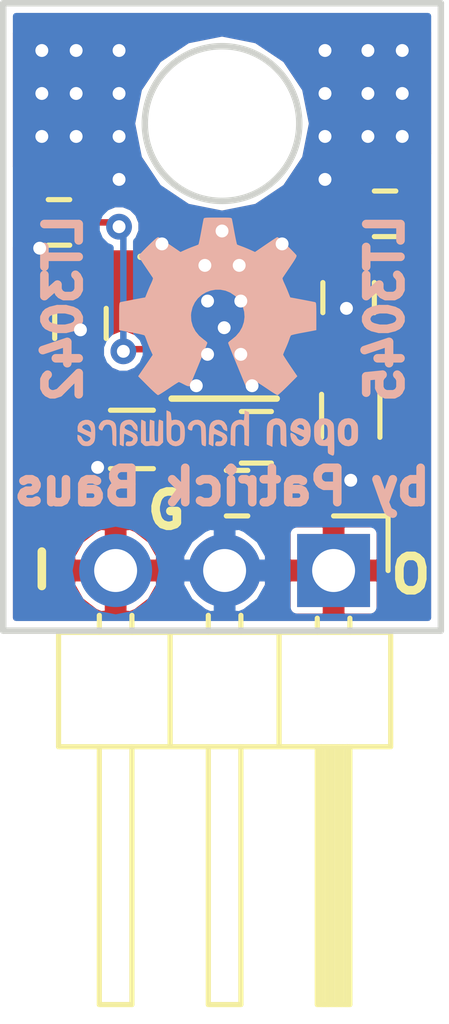
<source format=kicad_pcb>
(kicad_pcb (version 20170123) (host pcbnew "(2017-06-16 revision 2018d4894)-master")

  (general
    (links 27)
    (no_connects 0)
    (area 104.477381 86.924999 130.022619 110.925001)
    (thickness 1.6)
    (drawings 12)
    (tracks 129)
    (zones 0)
    (modules 12)
    (nets 9)
  )

  (page A4)
  (layers
    (0 F.Cu signal)
    (31 B.Cu signal)
    (32 B.Adhes user)
    (33 F.Adhes user)
    (34 B.Paste user)
    (35 F.Paste user)
    (36 B.SilkS user)
    (37 F.SilkS user)
    (38 B.Mask user)
    (39 F.Mask user)
    (40 Dwgs.User user)
    (41 Cmts.User user)
    (42 Eco1.User user)
    (43 Eco2.User user)
    (44 Edge.Cuts user)
    (45 Margin user)
    (46 B.CrtYd user)
    (47 F.CrtYd user)
    (48 B.Fab user)
    (49 F.Fab user hide)
  )

  (setup
    (last_trace_width 0.15)
    (trace_clearance 0.15)
    (zone_clearance 0.15)
    (zone_45_only no)
    (trace_min 0.15)
    (segment_width 0.2)
    (edge_width 0.15)
    (via_size 0.6)
    (via_drill 0.3)
    (via_min_size 0.4)
    (via_min_drill 0.3)
    (uvia_size 0.3)
    (uvia_drill 0.1)
    (uvias_allowed no)
    (uvia_min_size 0.2)
    (uvia_min_drill 0.1)
    (pcb_text_width 0.3)
    (pcb_text_size 1.5 1.5)
    (mod_edge_width 0.15)
    (mod_text_size 1 1)
    (mod_text_width 0.15)
    (pad_size 0.15 0.15)
    (pad_drill 0)
    (pad_to_mask_clearance 0.2)
    (aux_axis_origin 0 0)
    (visible_elements FFFFFF7F)
    (pcbplotparams
      (layerselection 0x010f0_ffffffff)
      (usegerberextensions false)
      (excludeedgelayer true)
      (linewidth 0.100000)
      (plotframeref false)
      (viasonmask false)
      (mode 1)
      (useauxorigin false)
      (hpglpennumber 1)
      (hpglpenspeed 20)
      (hpglpendiameter 15)
      (psnegative false)
      (psa4output false)
      (plotreference true)
      (plotvalue true)
      (plotinvisibletext false)
      (padsonsilk false)
      (subtractmaskfromsilk false)
      (outputformat 1)
      (mirror false)
      (drillshape 0)
      (scaleselection 1)
      (outputdirectory gerber))
  )

  (net 0 "")
  (net 1 IN2)
  (net 2 GND)
  (net 3 "Net-(R1-Pad2)")
  (net 4 "Net-(C2-Pad1)")
  (net 5 "Net-(R3-Pad1)")
  (net 6 "Net-(R4-Pad2)")
  (net 7 "Net-(U1-Pad9)")
  (net 8 /out)

  (net_class Default "This is the default net class."
    (clearance 0.15)
    (trace_width 0.15)
    (via_dia 0.6)
    (via_drill 0.3)
    (uvia_dia 0.3)
    (uvia_drill 0.1)
    (add_net /out)
    (add_net GND)
    (add_net IN2)
    (add_net "Net-(C2-Pad1)")
    (add_net "Net-(R1-Pad2)")
    (add_net "Net-(R3-Pad1)")
    (add_net "Net-(R4-Pad2)")
    (add_net "Net-(U1-Pad9)")
  )

  (module Symbols:OSHW-Logo2_7.3x6mm_SilkScreen (layer B.Cu) (tedit 0) (tstamp 59896F2D)
    (at 118 94.75 180)
    (descr "Open Source Hardware Symbol")
    (tags "Logo Symbol OSHW")
    (attr virtual)
    (fp_text reference REF*** (at 0 0 180) (layer B.SilkS) hide
      (effects (font (size 1 1) (thickness 0.15)) (justify mirror))
    )
    (fp_text value OSHW-Logo_7.5x8mm_SilkScreen (at 0.75 0 180) (layer B.Fab) hide
      (effects (font (size 1 1) (thickness 0.15)) (justify mirror))
    )
    (fp_poly (pts (xy -2.400256 -1.919918) (xy -2.344799 -1.947568) (xy -2.295852 -1.99848) (xy -2.282371 -2.017338)
      (xy -2.267686 -2.042015) (xy -2.258158 -2.068816) (xy -2.252707 -2.104587) (xy -2.250253 -2.156169)
      (xy -2.249714 -2.224267) (xy -2.252148 -2.317588) (xy -2.260606 -2.387657) (xy -2.276826 -2.439931)
      (xy -2.302546 -2.479869) (xy -2.339503 -2.512929) (xy -2.342218 -2.514886) (xy -2.37864 -2.534908)
      (xy -2.422498 -2.544815) (xy -2.478276 -2.547257) (xy -2.568952 -2.547257) (xy -2.56899 -2.635283)
      (xy -2.569834 -2.684308) (xy -2.574976 -2.713065) (xy -2.588413 -2.730311) (xy -2.614142 -2.744808)
      (xy -2.620321 -2.747769) (xy -2.649236 -2.761648) (xy -2.671624 -2.770414) (xy -2.688271 -2.771171)
      (xy -2.699964 -2.761023) (xy -2.70749 -2.737073) (xy -2.711634 -2.696426) (xy -2.713185 -2.636186)
      (xy -2.712929 -2.553455) (xy -2.711651 -2.445339) (xy -2.711252 -2.413) (xy -2.709815 -2.301524)
      (xy -2.708528 -2.228603) (xy -2.569029 -2.228603) (xy -2.568245 -2.290499) (xy -2.56476 -2.330997)
      (xy -2.556876 -2.357708) (xy -2.542895 -2.378244) (xy -2.533403 -2.38826) (xy -2.494596 -2.417567)
      (xy -2.460237 -2.419952) (xy -2.424784 -2.39575) (xy -2.423886 -2.394857) (xy -2.409461 -2.376153)
      (xy -2.400687 -2.350732) (xy -2.396261 -2.311584) (xy -2.394882 -2.251697) (xy -2.394857 -2.23843)
      (xy -2.398188 -2.155901) (xy -2.409031 -2.098691) (xy -2.42866 -2.063766) (xy -2.45835 -2.048094)
      (xy -2.475509 -2.046514) (xy -2.516234 -2.053926) (xy -2.544168 -2.07833) (xy -2.560983 -2.12298)
      (xy -2.56835 -2.19113) (xy -2.569029 -2.228603) (xy -2.708528 -2.228603) (xy -2.708292 -2.215245)
      (xy -2.706323 -2.150333) (xy -2.70355 -2.102958) (xy -2.699612 -2.06929) (xy -2.694151 -2.045498)
      (xy -2.686808 -2.027753) (xy -2.677223 -2.012224) (xy -2.673113 -2.006381) (xy -2.618595 -1.951185)
      (xy -2.549664 -1.91989) (xy -2.469928 -1.911165) (xy -2.400256 -1.919918)) (layer B.SilkS) (width 0.01))
    (fp_poly (pts (xy -1.283907 -1.92778) (xy -1.237328 -1.954723) (xy -1.204943 -1.981466) (xy -1.181258 -2.009484)
      (xy -1.164941 -2.043748) (xy -1.154661 -2.089227) (xy -1.149086 -2.150892) (xy -1.146884 -2.233711)
      (xy -1.146629 -2.293246) (xy -1.146629 -2.512391) (xy -1.208314 -2.540044) (xy -1.27 -2.567697)
      (xy -1.277257 -2.32767) (xy -1.280256 -2.238028) (xy -1.283402 -2.172962) (xy -1.287299 -2.128026)
      (xy -1.292553 -2.09877) (xy -1.299769 -2.080748) (xy -1.30955 -2.069511) (xy -1.312688 -2.067079)
      (xy -1.360239 -2.048083) (xy -1.408303 -2.0556) (xy -1.436914 -2.075543) (xy -1.448553 -2.089675)
      (xy -1.456609 -2.10822) (xy -1.461729 -2.136334) (xy -1.464559 -2.179173) (xy -1.465744 -2.241895)
      (xy -1.465943 -2.307261) (xy -1.465982 -2.389268) (xy -1.467386 -2.447316) (xy -1.472086 -2.486465)
      (xy -1.482013 -2.51178) (xy -1.499097 -2.528323) (xy -1.525268 -2.541156) (xy -1.560225 -2.554491)
      (xy -1.598404 -2.569007) (xy -1.593859 -2.311389) (xy -1.592029 -2.218519) (xy -1.589888 -2.149889)
      (xy -1.586819 -2.100711) (xy -1.582206 -2.066198) (xy -1.575432 -2.041562) (xy -1.565881 -2.022016)
      (xy -1.554366 -2.00477) (xy -1.49881 -1.94968) (xy -1.43102 -1.917822) (xy -1.357287 -1.910191)
      (xy -1.283907 -1.92778)) (layer B.SilkS) (width 0.01))
    (fp_poly (pts (xy -2.958885 -1.921962) (xy -2.890855 -1.957733) (xy -2.840649 -2.015301) (xy -2.822815 -2.052312)
      (xy -2.808937 -2.107882) (xy -2.801833 -2.178096) (xy -2.80116 -2.254727) (xy -2.806573 -2.329552)
      (xy -2.81773 -2.394342) (xy -2.834286 -2.440873) (xy -2.839374 -2.448887) (xy -2.899645 -2.508707)
      (xy -2.971231 -2.544535) (xy -3.048908 -2.55502) (xy -3.127452 -2.53881) (xy -3.149311 -2.529092)
      (xy -3.191878 -2.499143) (xy -3.229237 -2.459433) (xy -3.232768 -2.454397) (xy -3.247119 -2.430124)
      (xy -3.256606 -2.404178) (xy -3.26221 -2.370022) (xy -3.264914 -2.321119) (xy -3.265701 -2.250935)
      (xy -3.265714 -2.2352) (xy -3.265678 -2.230192) (xy -3.120571 -2.230192) (xy -3.119727 -2.29643)
      (xy -3.116404 -2.340386) (xy -3.109417 -2.368779) (xy -3.097584 -2.388325) (xy -3.091543 -2.394857)
      (xy -3.056814 -2.41968) (xy -3.023097 -2.418548) (xy -2.989005 -2.397016) (xy -2.968671 -2.374029)
      (xy -2.956629 -2.340478) (xy -2.949866 -2.287569) (xy -2.949402 -2.281399) (xy -2.948248 -2.185513)
      (xy -2.960312 -2.114299) (xy -2.98543 -2.068194) (xy -3.02344 -2.047635) (xy -3.037008 -2.046514)
      (xy -3.072636 -2.052152) (xy -3.097006 -2.071686) (xy -3.111907 -2.109042) (xy -3.119125 -2.16815)
      (xy -3.120571 -2.230192) (xy -3.265678 -2.230192) (xy -3.265174 -2.160413) (xy -3.262904 -2.108159)
      (xy -3.257932 -2.071949) (xy -3.249287 -2.045299) (xy -3.235995 -2.021722) (xy -3.233057 -2.017338)
      (xy -3.183687 -1.958249) (xy -3.129891 -1.923947) (xy -3.064398 -1.910331) (xy -3.042158 -1.909665)
      (xy -2.958885 -1.921962)) (layer B.SilkS) (width 0.01))
    (fp_poly (pts (xy -1.831697 -1.931239) (xy -1.774473 -1.969735) (xy -1.730251 -2.025335) (xy -1.703833 -2.096086)
      (xy -1.69849 -2.148162) (xy -1.699097 -2.169893) (xy -1.704178 -2.186531) (xy -1.718145 -2.201437)
      (xy -1.745411 -2.217973) (xy -1.790388 -2.239498) (xy -1.857489 -2.269374) (xy -1.857829 -2.269524)
      (xy -1.919593 -2.297813) (xy -1.970241 -2.322933) (xy -2.004596 -2.342179) (xy -2.017482 -2.352848)
      (xy -2.017486 -2.352934) (xy -2.006128 -2.376166) (xy -1.979569 -2.401774) (xy -1.949077 -2.420221)
      (xy -1.93363 -2.423886) (xy -1.891485 -2.411212) (xy -1.855192 -2.379471) (xy -1.837483 -2.344572)
      (xy -1.820448 -2.318845) (xy -1.787078 -2.289546) (xy -1.747851 -2.264235) (xy -1.713244 -2.250471)
      (xy -1.706007 -2.249714) (xy -1.697861 -2.26216) (xy -1.69737 -2.293972) (xy -1.703357 -2.336866)
      (xy -1.714643 -2.382558) (xy -1.73005 -2.422761) (xy -1.730829 -2.424322) (xy -1.777196 -2.489062)
      (xy -1.837289 -2.533097) (xy -1.905535 -2.554711) (xy -1.976362 -2.552185) (xy -2.044196 -2.523804)
      (xy -2.047212 -2.521808) (xy -2.100573 -2.473448) (xy -2.13566 -2.410352) (xy -2.155078 -2.327387)
      (xy -2.157684 -2.304078) (xy -2.162299 -2.194055) (xy -2.156767 -2.142748) (xy -2.017486 -2.142748)
      (xy -2.015676 -2.174753) (xy -2.005778 -2.184093) (xy -1.981102 -2.177105) (xy -1.942205 -2.160587)
      (xy -1.898725 -2.139881) (xy -1.897644 -2.139333) (xy -1.860791 -2.119949) (xy -1.846 -2.107013)
      (xy -1.849647 -2.093451) (xy -1.865005 -2.075632) (xy -1.904077 -2.049845) (xy -1.946154 -2.04795)
      (xy -1.983897 -2.066717) (xy -2.009966 -2.102915) (xy -2.017486 -2.142748) (xy -2.156767 -2.142748)
      (xy -2.152806 -2.106027) (xy -2.12845 -2.036212) (xy -2.094544 -1.987302) (xy -2.033347 -1.937878)
      (xy -1.965937 -1.913359) (xy -1.89712 -1.911797) (xy -1.831697 -1.931239)) (layer B.SilkS) (width 0.01))
    (fp_poly (pts (xy -0.624114 -1.851289) (xy -0.619861 -1.910613) (xy -0.614975 -1.945572) (xy -0.608205 -1.96082)
      (xy -0.598298 -1.961015) (xy -0.595086 -1.959195) (xy -0.552356 -1.946015) (xy -0.496773 -1.946785)
      (xy -0.440263 -1.960333) (xy -0.404918 -1.977861) (xy -0.368679 -2.005861) (xy -0.342187 -2.037549)
      (xy -0.324001 -2.077813) (xy -0.312678 -2.131543) (xy -0.306778 -2.203626) (xy -0.304857 -2.298951)
      (xy -0.304823 -2.317237) (xy -0.3048 -2.522646) (xy -0.350509 -2.53858) (xy -0.382973 -2.54942)
      (xy -0.400785 -2.554468) (xy -0.401309 -2.554514) (xy -0.403063 -2.540828) (xy -0.404556 -2.503076)
      (xy -0.405674 -2.446224) (xy -0.406303 -2.375234) (xy -0.4064 -2.332073) (xy -0.406602 -2.246973)
      (xy -0.407642 -2.185981) (xy -0.410169 -2.144177) (xy -0.414836 -2.116642) (xy -0.422293 -2.098456)
      (xy -0.433189 -2.084698) (xy -0.439993 -2.078073) (xy -0.486728 -2.051375) (xy -0.537728 -2.049375)
      (xy -0.583999 -2.071955) (xy -0.592556 -2.080107) (xy -0.605107 -2.095436) (xy -0.613812 -2.113618)
      (xy -0.619369 -2.139909) (xy -0.622474 -2.179562) (xy -0.623824 -2.237832) (xy -0.624114 -2.318173)
      (xy -0.624114 -2.522646) (xy -0.669823 -2.53858) (xy -0.702287 -2.54942) (xy -0.720099 -2.554468)
      (xy -0.720623 -2.554514) (xy -0.721963 -2.540623) (xy -0.723172 -2.501439) (xy -0.724199 -2.4407)
      (xy -0.724998 -2.362141) (xy -0.725519 -2.269498) (xy -0.725714 -2.166509) (xy -0.725714 -1.769342)
      (xy -0.678543 -1.749444) (xy -0.631371 -1.729547) (xy -0.624114 -1.851289)) (layer B.SilkS) (width 0.01))
    (fp_poly (pts (xy 0.039744 -1.950968) (xy 0.096616 -1.972087) (xy 0.097267 -1.972493) (xy 0.13244 -1.99838)
      (xy 0.158407 -2.028633) (xy 0.17667 -2.068058) (xy 0.188732 -2.121462) (xy 0.196096 -2.193651)
      (xy 0.200264 -2.289432) (xy 0.200629 -2.303078) (xy 0.205876 -2.508842) (xy 0.161716 -2.531678)
      (xy 0.129763 -2.54711) (xy 0.11047 -2.554423) (xy 0.109578 -2.554514) (xy 0.106239 -2.541022)
      (xy 0.103587 -2.504626) (xy 0.101956 -2.451452) (xy 0.1016 -2.408393) (xy 0.101592 -2.338641)
      (xy 0.098403 -2.294837) (xy 0.087288 -2.273944) (xy 0.063501 -2.272925) (xy 0.022296 -2.288741)
      (xy -0.039914 -2.317815) (xy -0.085659 -2.341963) (xy -0.109187 -2.362913) (xy -0.116104 -2.385747)
      (xy -0.116114 -2.386877) (xy -0.104701 -2.426212) (xy -0.070908 -2.447462) (xy -0.019191 -2.450539)
      (xy 0.018061 -2.450006) (xy 0.037703 -2.460735) (xy 0.049952 -2.486505) (xy 0.057002 -2.519337)
      (xy 0.046842 -2.537966) (xy 0.043017 -2.540632) (xy 0.007001 -2.55134) (xy -0.043434 -2.552856)
      (xy -0.095374 -2.545759) (xy -0.132178 -2.532788) (xy -0.183062 -2.489585) (xy -0.211986 -2.429446)
      (xy -0.217714 -2.382462) (xy -0.213343 -2.340082) (xy -0.197525 -2.305488) (xy -0.166203 -2.274763)
      (xy -0.115322 -2.24399) (xy -0.040824 -2.209252) (xy -0.036286 -2.207288) (xy 0.030821 -2.176287)
      (xy 0.072232 -2.150862) (xy 0.089981 -2.128014) (xy 0.086107 -2.104745) (xy 0.062643 -2.078056)
      (xy 0.055627 -2.071914) (xy 0.00863 -2.0481) (xy -0.040067 -2.049103) (xy -0.082478 -2.072451)
      (xy -0.110616 -2.115675) (xy -0.113231 -2.12416) (xy -0.138692 -2.165308) (xy -0.170999 -2.185128)
      (xy -0.217714 -2.20477) (xy -0.217714 -2.15395) (xy -0.203504 -2.080082) (xy -0.161325 -2.012327)
      (xy -0.139376 -1.989661) (xy -0.089483 -1.960569) (xy -0.026033 -1.9474) (xy 0.039744 -1.950968)) (layer B.SilkS) (width 0.01))
    (fp_poly (pts (xy 0.529926 -1.949755) (xy 0.595858 -1.974084) (xy 0.649273 -2.017117) (xy 0.670164 -2.047409)
      (xy 0.692939 -2.102994) (xy 0.692466 -2.143186) (xy 0.668562 -2.170217) (xy 0.659717 -2.174813)
      (xy 0.62153 -2.189144) (xy 0.602028 -2.185472) (xy 0.595422 -2.161407) (xy 0.595086 -2.148114)
      (xy 0.582992 -2.09921) (xy 0.551471 -2.064999) (xy 0.507659 -2.048476) (xy 0.458695 -2.052634)
      (xy 0.418894 -2.074227) (xy 0.40545 -2.086544) (xy 0.395921 -2.101487) (xy 0.389485 -2.124075)
      (xy 0.385317 -2.159328) (xy 0.382597 -2.212266) (xy 0.380502 -2.287907) (xy 0.37996 -2.311857)
      (xy 0.377981 -2.39379) (xy 0.375731 -2.451455) (xy 0.372357 -2.489608) (xy 0.367006 -2.513004)
      (xy 0.358824 -2.526398) (xy 0.346959 -2.534545) (xy 0.339362 -2.538144) (xy 0.307102 -2.550452)
      (xy 0.288111 -2.554514) (xy 0.281836 -2.540948) (xy 0.278006 -2.499934) (xy 0.2766 -2.430999)
      (xy 0.277598 -2.333669) (xy 0.277908 -2.318657) (xy 0.280101 -2.229859) (xy 0.282693 -2.165019)
      (xy 0.286382 -2.119067) (xy 0.291864 -2.086935) (xy 0.299835 -2.063553) (xy 0.310993 -2.043852)
      (xy 0.31683 -2.03541) (xy 0.350296 -1.998057) (xy 0.387727 -1.969003) (xy 0.392309 -1.966467)
      (xy 0.459426 -1.946443) (xy 0.529926 -1.949755)) (layer B.SilkS) (width 0.01))
    (fp_poly (pts (xy 1.190117 -2.065358) (xy 1.189933 -2.173837) (xy 1.189219 -2.257287) (xy 1.187675 -2.319704)
      (xy 1.185001 -2.365085) (xy 1.180894 -2.397429) (xy 1.175055 -2.420733) (xy 1.167182 -2.438995)
      (xy 1.161221 -2.449418) (xy 1.111855 -2.505945) (xy 1.049264 -2.541377) (xy 0.980013 -2.55409)
      (xy 0.910668 -2.542463) (xy 0.869375 -2.521568) (xy 0.826025 -2.485422) (xy 0.796481 -2.441276)
      (xy 0.778655 -2.383462) (xy 0.770463 -2.306313) (xy 0.769302 -2.249714) (xy 0.769458 -2.245647)
      (xy 0.870857 -2.245647) (xy 0.871476 -2.31055) (xy 0.874314 -2.353514) (xy 0.88084 -2.381622)
      (xy 0.892523 -2.401953) (xy 0.906483 -2.417288) (xy 0.953365 -2.44689) (xy 1.003701 -2.449419)
      (xy 1.051276 -2.424705) (xy 1.054979 -2.421356) (xy 1.070783 -2.403935) (xy 1.080693 -2.383209)
      (xy 1.086058 -2.352362) (xy 1.088228 -2.304577) (xy 1.088571 -2.251748) (xy 1.087827 -2.185381)
      (xy 1.084748 -2.141106) (xy 1.078061 -2.112009) (xy 1.066496 -2.091173) (xy 1.057013 -2.080107)
      (xy 1.01296 -2.052198) (xy 0.962224 -2.048843) (xy 0.913796 -2.070159) (xy 0.90445 -2.078073)
      (xy 0.88854 -2.095647) (xy 0.87861 -2.116587) (xy 0.873278 -2.147782) (xy 0.871163 -2.196122)
      (xy 0.870857 -2.245647) (xy 0.769458 -2.245647) (xy 0.77281 -2.158568) (xy 0.784726 -2.090086)
      (xy 0.807135 -2.0386) (xy 0.842124 -1.998443) (xy 0.869375 -1.977861) (xy 0.918907 -1.955625)
      (xy 0.976316 -1.945304) (xy 1.029682 -1.948067) (xy 1.059543 -1.959212) (xy 1.071261 -1.962383)
      (xy 1.079037 -1.950557) (xy 1.084465 -1.918866) (xy 1.088571 -1.870593) (xy 1.093067 -1.816829)
      (xy 1.099313 -1.784482) (xy 1.110676 -1.765985) (xy 1.130528 -1.75377) (xy 1.143 -1.748362)
      (xy 1.190171 -1.728601) (xy 1.190117 -2.065358)) (layer B.SilkS) (width 0.01))
    (fp_poly (pts (xy 1.779833 -1.958663) (xy 1.782048 -1.99685) (xy 1.783784 -2.054886) (xy 1.784899 -2.12818)
      (xy 1.785257 -2.205055) (xy 1.785257 -2.465196) (xy 1.739326 -2.511127) (xy 1.707675 -2.539429)
      (xy 1.67989 -2.550893) (xy 1.641915 -2.550168) (xy 1.62684 -2.548321) (xy 1.579726 -2.542948)
      (xy 1.540756 -2.539869) (xy 1.531257 -2.539585) (xy 1.499233 -2.541445) (xy 1.453432 -2.546114)
      (xy 1.435674 -2.548321) (xy 1.392057 -2.551735) (xy 1.362745 -2.54432) (xy 1.33368 -2.521427)
      (xy 1.323188 -2.511127) (xy 1.277257 -2.465196) (xy 1.277257 -1.978602) (xy 1.314226 -1.961758)
      (xy 1.346059 -1.949282) (xy 1.364683 -1.944914) (xy 1.369458 -1.958718) (xy 1.373921 -1.997286)
      (xy 1.377775 -2.056356) (xy 1.380722 -2.131663) (xy 1.382143 -2.195286) (xy 1.386114 -2.445657)
      (xy 1.420759 -2.450556) (xy 1.452268 -2.447131) (xy 1.467708 -2.436041) (xy 1.472023 -2.415308)
      (xy 1.475708 -2.371145) (xy 1.478469 -2.309146) (xy 1.480012 -2.234909) (xy 1.480235 -2.196706)
      (xy 1.480457 -1.976783) (xy 1.526166 -1.960849) (xy 1.558518 -1.950015) (xy 1.576115 -1.944962)
      (xy 1.576623 -1.944914) (xy 1.578388 -1.958648) (xy 1.580329 -1.99673) (xy 1.582282 -2.054482)
      (xy 1.584084 -2.127227) (xy 1.585343 -2.195286) (xy 1.589314 -2.445657) (xy 1.6764 -2.445657)
      (xy 1.680396 -2.21724) (xy 1.684392 -1.988822) (xy 1.726847 -1.966868) (xy 1.758192 -1.951793)
      (xy 1.776744 -1.944951) (xy 1.777279 -1.944914) (xy 1.779833 -1.958663)) (layer B.SilkS) (width 0.01))
    (fp_poly (pts (xy 2.144876 -1.956335) (xy 2.186667 -1.975344) (xy 2.219469 -1.998378) (xy 2.243503 -2.024133)
      (xy 2.260097 -2.057358) (xy 2.270577 -2.1028) (xy 2.276271 -2.165207) (xy 2.278507 -2.249327)
      (xy 2.278743 -2.304721) (xy 2.278743 -2.520826) (xy 2.241774 -2.53767) (xy 2.212656 -2.549981)
      (xy 2.198231 -2.554514) (xy 2.195472 -2.541025) (xy 2.193282 -2.504653) (xy 2.191942 -2.451542)
      (xy 2.191657 -2.409372) (xy 2.190434 -2.348447) (xy 2.187136 -2.300115) (xy 2.182321 -2.270518)
      (xy 2.178496 -2.264229) (xy 2.152783 -2.270652) (xy 2.112418 -2.287125) (xy 2.065679 -2.309458)
      (xy 2.020845 -2.333457) (xy 1.986193 -2.35493) (xy 1.970002 -2.369685) (xy 1.969938 -2.369845)
      (xy 1.97133 -2.397152) (xy 1.983818 -2.423219) (xy 2.005743 -2.444392) (xy 2.037743 -2.451474)
      (xy 2.065092 -2.450649) (xy 2.103826 -2.450042) (xy 2.124158 -2.459116) (xy 2.136369 -2.483092)
      (xy 2.137909 -2.487613) (xy 2.143203 -2.521806) (xy 2.129047 -2.542568) (xy 2.092148 -2.552462)
      (xy 2.052289 -2.554292) (xy 1.980562 -2.540727) (xy 1.943432 -2.521355) (xy 1.897576 -2.475845)
      (xy 1.873256 -2.419983) (xy 1.871073 -2.360957) (xy 1.891629 -2.305953) (xy 1.922549 -2.271486)
      (xy 1.95342 -2.252189) (xy 2.001942 -2.227759) (xy 2.058485 -2.202985) (xy 2.06791 -2.199199)
      (xy 2.130019 -2.171791) (xy 2.165822 -2.147634) (xy 2.177337 -2.123619) (xy 2.16658 -2.096635)
      (xy 2.148114 -2.075543) (xy 2.104469 -2.049572) (xy 2.056446 -2.047624) (xy 2.012406 -2.067637)
      (xy 1.980709 -2.107551) (xy 1.976549 -2.117848) (xy 1.952327 -2.155724) (xy 1.916965 -2.183842)
      (xy 1.872343 -2.206917) (xy 1.872343 -2.141485) (xy 1.874969 -2.101506) (xy 1.88623 -2.069997)
      (xy 1.911199 -2.036378) (xy 1.935169 -2.010484) (xy 1.972441 -1.973817) (xy 2.001401 -1.954121)
      (xy 2.032505 -1.94622) (xy 2.067713 -1.944914) (xy 2.144876 -1.956335)) (layer B.SilkS) (width 0.01))
    (fp_poly (pts (xy 2.6526 -1.958752) (xy 2.669948 -1.966334) (xy 2.711356 -1.999128) (xy 2.746765 -2.046547)
      (xy 2.768664 -2.097151) (xy 2.772229 -2.122098) (xy 2.760279 -2.156927) (xy 2.734067 -2.175357)
      (xy 2.705964 -2.186516) (xy 2.693095 -2.188572) (xy 2.686829 -2.173649) (xy 2.674456 -2.141175)
      (xy 2.669028 -2.126502) (xy 2.63859 -2.075744) (xy 2.59452 -2.050427) (xy 2.53801 -2.051206)
      (xy 2.533825 -2.052203) (xy 2.503655 -2.066507) (xy 2.481476 -2.094393) (xy 2.466327 -2.139287)
      (xy 2.45725 -2.204615) (xy 2.453286 -2.293804) (xy 2.452914 -2.341261) (xy 2.45273 -2.416071)
      (xy 2.451522 -2.467069) (xy 2.448309 -2.499471) (xy 2.442109 -2.518495) (xy 2.43194 -2.529356)
      (xy 2.416819 -2.537272) (xy 2.415946 -2.53767) (xy 2.386828 -2.549981) (xy 2.372403 -2.554514)
      (xy 2.370186 -2.540809) (xy 2.368289 -2.502925) (xy 2.366847 -2.445715) (xy 2.365998 -2.374027)
      (xy 2.365829 -2.321565) (xy 2.366692 -2.220047) (xy 2.37007 -2.143032) (xy 2.377142 -2.086023)
      (xy 2.389088 -2.044526) (xy 2.40709 -2.014043) (xy 2.432327 -1.99008) (xy 2.457247 -1.973355)
      (xy 2.517171 -1.951097) (xy 2.586911 -1.946076) (xy 2.6526 -1.958752)) (layer B.SilkS) (width 0.01))
    (fp_poly (pts (xy 3.153595 -1.966966) (xy 3.211021 -2.004497) (xy 3.238719 -2.038096) (xy 3.260662 -2.099064)
      (xy 3.262405 -2.147308) (xy 3.258457 -2.211816) (xy 3.109686 -2.276934) (xy 3.037349 -2.310202)
      (xy 2.990084 -2.336964) (xy 2.965507 -2.360144) (xy 2.961237 -2.382667) (xy 2.974889 -2.407455)
      (xy 2.989943 -2.423886) (xy 3.033746 -2.450235) (xy 3.081389 -2.452081) (xy 3.125145 -2.431546)
      (xy 3.157289 -2.390752) (xy 3.163038 -2.376347) (xy 3.190576 -2.331356) (xy 3.222258 -2.312182)
      (xy 3.265714 -2.295779) (xy 3.265714 -2.357966) (xy 3.261872 -2.400283) (xy 3.246823 -2.435969)
      (xy 3.21528 -2.476943) (xy 3.210592 -2.482267) (xy 3.175506 -2.51872) (xy 3.145347 -2.538283)
      (xy 3.107615 -2.547283) (xy 3.076335 -2.55023) (xy 3.020385 -2.550965) (xy 2.980555 -2.54166)
      (xy 2.955708 -2.527846) (xy 2.916656 -2.497467) (xy 2.889625 -2.464613) (xy 2.872517 -2.423294)
      (xy 2.863238 -2.367521) (xy 2.859693 -2.291305) (xy 2.85941 -2.252622) (xy 2.860372 -2.206247)
      (xy 2.948007 -2.206247) (xy 2.949023 -2.231126) (xy 2.951556 -2.2352) (xy 2.968274 -2.229665)
      (xy 3.004249 -2.215017) (xy 3.052331 -2.19419) (xy 3.062386 -2.189714) (xy 3.123152 -2.158814)
      (xy 3.156632 -2.131657) (xy 3.16399 -2.10622) (xy 3.146391 -2.080481) (xy 3.131856 -2.069109)
      (xy 3.07941 -2.046364) (xy 3.030322 -2.050122) (xy 2.989227 -2.077884) (xy 2.960758 -2.127152)
      (xy 2.951631 -2.166257) (xy 2.948007 -2.206247) (xy 2.860372 -2.206247) (xy 2.861285 -2.162249)
      (xy 2.868196 -2.095384) (xy 2.881884 -2.046695) (xy 2.904096 -2.010849) (xy 2.936574 -1.982513)
      (xy 2.950733 -1.973355) (xy 3.015053 -1.949507) (xy 3.085473 -1.948006) (xy 3.153595 -1.966966)) (layer B.SilkS) (width 0.01))
    (fp_poly (pts (xy 0.10391 2.757652) (xy 0.182454 2.757222) (xy 0.239298 2.756058) (xy 0.278105 2.753793)
      (xy 0.302538 2.75006) (xy 0.316262 2.744494) (xy 0.32294 2.736727) (xy 0.326236 2.726395)
      (xy 0.326556 2.725057) (xy 0.331562 2.700921) (xy 0.340829 2.653299) (xy 0.353392 2.587259)
      (xy 0.368287 2.507872) (xy 0.384551 2.420204) (xy 0.385119 2.417125) (xy 0.40141 2.331211)
      (xy 0.416652 2.255304) (xy 0.429861 2.193955) (xy 0.440054 2.151718) (xy 0.446248 2.133145)
      (xy 0.446543 2.132816) (xy 0.464788 2.123747) (xy 0.502405 2.108633) (xy 0.551271 2.090738)
      (xy 0.551543 2.090642) (xy 0.613093 2.067507) (xy 0.685657 2.038035) (xy 0.754057 2.008403)
      (xy 0.757294 2.006938) (xy 0.868702 1.956374) (xy 1.115399 2.12484) (xy 1.191077 2.176197)
      (xy 1.259631 2.222111) (xy 1.317088 2.25997) (xy 1.359476 2.287163) (xy 1.382825 2.301079)
      (xy 1.385042 2.302111) (xy 1.40201 2.297516) (xy 1.433701 2.275345) (xy 1.481352 2.234553)
      (xy 1.546198 2.174095) (xy 1.612397 2.109773) (xy 1.676214 2.046388) (xy 1.733329 1.988549)
      (xy 1.780305 1.939825) (xy 1.813703 1.90379) (xy 1.830085 1.884016) (xy 1.830694 1.882998)
      (xy 1.832505 1.869428) (xy 1.825683 1.847267) (xy 1.80854 1.813522) (xy 1.779393 1.7652)
      (xy 1.736555 1.699308) (xy 1.679448 1.614483) (xy 1.628766 1.539823) (xy 1.583461 1.47286)
      (xy 1.54615 1.417484) (xy 1.519452 1.37758) (xy 1.505985 1.357038) (xy 1.505137 1.355644)
      (xy 1.506781 1.335962) (xy 1.519245 1.297707) (xy 1.540048 1.248111) (xy 1.547462 1.232272)
      (xy 1.579814 1.16171) (xy 1.614328 1.081647) (xy 1.642365 1.012371) (xy 1.662568 0.960955)
      (xy 1.678615 0.921881) (xy 1.687888 0.901459) (xy 1.689041 0.899886) (xy 1.706096 0.897279)
      (xy 1.746298 0.890137) (xy 1.804302 0.879477) (xy 1.874763 0.866315) (xy 1.952335 0.851667)
      (xy 2.031672 0.836551) (xy 2.107431 0.821982) (xy 2.174264 0.808978) (xy 2.226828 0.798555)
      (xy 2.259776 0.79173) (xy 2.267857 0.789801) (xy 2.276205 0.785038) (xy 2.282506 0.774282)
      (xy 2.287045 0.753902) (xy 2.290104 0.720266) (xy 2.291967 0.669745) (xy 2.292918 0.598708)
      (xy 2.29324 0.503524) (xy 2.293257 0.464508) (xy 2.293257 0.147201) (xy 2.217057 0.132161)
      (xy 2.174663 0.124005) (xy 2.1114 0.112101) (xy 2.034962 0.097884) (xy 1.953043 0.08279)
      (xy 1.9304 0.078645) (xy 1.854806 0.063947) (xy 1.788953 0.049495) (xy 1.738366 0.036625)
      (xy 1.708574 0.026678) (xy 1.703612 0.023713) (xy 1.691426 0.002717) (xy 1.673953 -0.037967)
      (xy 1.654577 -0.090322) (xy 1.650734 -0.1016) (xy 1.625339 -0.171523) (xy 1.593817 -0.250418)
      (xy 1.562969 -0.321266) (xy 1.562817 -0.321595) (xy 1.511447 -0.432733) (xy 1.680399 -0.681253)
      (xy 1.849352 -0.929772) (xy 1.632429 -1.147058) (xy 1.566819 -1.211726) (xy 1.506979 -1.268733)
      (xy 1.456267 -1.315033) (xy 1.418046 -1.347584) (xy 1.395675 -1.363343) (xy 1.392466 -1.364343)
      (xy 1.373626 -1.356469) (xy 1.33518 -1.334578) (xy 1.28133 -1.301267) (xy 1.216276 -1.259131)
      (xy 1.14594 -1.211943) (xy 1.074555 -1.16381) (xy 1.010908 -1.121928) (xy 0.959041 -1.088871)
      (xy 0.922995 -1.067218) (xy 0.906867 -1.059543) (xy 0.887189 -1.066037) (xy 0.849875 -1.08315)
      (xy 0.802621 -1.107326) (xy 0.797612 -1.110013) (xy 0.733977 -1.141927) (xy 0.690341 -1.157579)
      (xy 0.663202 -1.157745) (xy 0.649057 -1.143204) (xy 0.648975 -1.143) (xy 0.641905 -1.125779)
      (xy 0.625042 -1.084899) (xy 0.599695 -1.023525) (xy 0.567171 -0.944819) (xy 0.528778 -0.851947)
      (xy 0.485822 -0.748072) (xy 0.444222 -0.647502) (xy 0.398504 -0.536516) (xy 0.356526 -0.433703)
      (xy 0.319548 -0.342215) (xy 0.288827 -0.265201) (xy 0.265622 -0.205815) (xy 0.25119 -0.167209)
      (xy 0.246743 -0.1528) (xy 0.257896 -0.136272) (xy 0.287069 -0.10993) (xy 0.325971 -0.080887)
      (xy 0.436757 0.010961) (xy 0.523351 0.116241) (xy 0.584716 0.232734) (xy 0.619815 0.358224)
      (xy 0.627608 0.490493) (xy 0.621943 0.551543) (xy 0.591078 0.678205) (xy 0.53792 0.790059)
      (xy 0.465767 0.885999) (xy 0.377917 0.964924) (xy 0.277665 1.02573) (xy 0.16831 1.067313)
      (xy 0.053147 1.088572) (xy -0.064525 1.088401) (xy -0.18141 1.065699) (xy -0.294211 1.019362)
      (xy -0.399631 0.948287) (xy -0.443632 0.908089) (xy -0.528021 0.804871) (xy -0.586778 0.692075)
      (xy -0.620296 0.57299) (xy -0.628965 0.450905) (xy -0.613177 0.329107) (xy -0.573322 0.210884)
      (xy -0.509793 0.099525) (xy -0.422979 -0.001684) (xy -0.325971 -0.080887) (xy -0.285563 -0.111162)
      (xy -0.257018 -0.137219) (xy -0.246743 -0.152825) (xy -0.252123 -0.169843) (xy -0.267425 -0.2105)
      (xy -0.291388 -0.271642) (xy -0.322756 -0.350119) (xy -0.360268 -0.44278) (xy -0.402667 -0.546472)
      (xy -0.444337 -0.647526) (xy -0.49031 -0.758607) (xy -0.532893 -0.861541) (xy -0.570779 -0.953165)
      (xy -0.60266 -1.030316) (xy -0.627229 -1.089831) (xy -0.64318 -1.128544) (xy -0.64909 -1.143)
      (xy -0.663052 -1.157685) (xy -0.69006 -1.157642) (xy -0.733587 -1.142099) (xy -0.79711 -1.110284)
      (xy -0.797612 -1.110013) (xy -0.84544 -1.085323) (xy -0.884103 -1.067338) (xy -0.905905 -1.059614)
      (xy -0.906867 -1.059543) (xy -0.923279 -1.067378) (xy -0.959513 -1.089165) (xy -1.011526 -1.122328)
      (xy -1.075275 -1.164291) (xy -1.14594 -1.211943) (xy -1.217884 -1.260191) (xy -1.282726 -1.302151)
      (xy -1.336265 -1.335227) (xy -1.374303 -1.356821) (xy -1.392467 -1.364343) (xy -1.409192 -1.354457)
      (xy -1.44282 -1.326826) (xy -1.48999 -1.284495) (xy -1.547342 -1.230505) (xy -1.611516 -1.167899)
      (xy -1.632503 -1.146983) (xy -1.849501 -0.929623) (xy -1.684332 -0.68722) (xy -1.634136 -0.612781)
      (xy -1.590081 -0.545972) (xy -1.554638 -0.490665) (xy -1.530281 -0.450729) (xy -1.519478 -0.430036)
      (xy -1.519162 -0.428563) (xy -1.524857 -0.409058) (xy -1.540174 -0.369822) (xy -1.562463 -0.31743)
      (xy -1.578107 -0.282355) (xy -1.607359 -0.215201) (xy -1.634906 -0.147358) (xy -1.656263 -0.090034)
      (xy -1.662065 -0.072572) (xy -1.678548 -0.025938) (xy -1.69466 0.010095) (xy -1.70351 0.023713)
      (xy -1.72304 0.032048) (xy -1.765666 0.043863) (xy -1.825855 0.057819) (xy -1.898078 0.072578)
      (xy -1.9304 0.078645) (xy -2.012478 0.093727) (xy -2.091205 0.108331) (xy -2.158891 0.12102)
      (xy -2.20784 0.130358) (xy -2.217057 0.132161) (xy -2.293257 0.147201) (xy -2.293257 0.464508)
      (xy -2.293086 0.568846) (xy -2.292384 0.647787) (xy -2.290866 0.704962) (xy -2.288251 0.744001)
      (xy -2.284254 0.768535) (xy -2.278591 0.782195) (xy -2.27098 0.788611) (xy -2.267857 0.789801)
      (xy -2.249022 0.79402) (xy -2.207412 0.802438) (xy -2.14837 0.814039) (xy -2.077243 0.827805)
      (xy -1.999375 0.84272) (xy -1.920113 0.857768) (xy -1.844802 0.871931) (xy -1.778787 0.884194)
      (xy -1.727413 0.893539) (xy -1.696025 0.89895) (xy -1.689041 0.899886) (xy -1.682715 0.912404)
      (xy -1.66871 0.945754) (xy -1.649645 0.993623) (xy -1.642366 1.012371) (xy -1.613004 1.084805)
      (xy -1.578429 1.16483) (xy -1.547463 1.232272) (xy -1.524677 1.283841) (xy -1.509518 1.326215)
      (xy -1.504458 1.352166) (xy -1.505264 1.355644) (xy -1.515959 1.372064) (xy -1.54038 1.408583)
      (xy -1.575905 1.461313) (xy -1.619913 1.526365) (xy -1.669783 1.599849) (xy -1.679644 1.614355)
      (xy -1.737508 1.700296) (xy -1.780044 1.765739) (xy -1.808946 1.813696) (xy -1.82591 1.84718)
      (xy -1.832633 1.869205) (xy -1.83081 1.882783) (xy -1.830764 1.882869) (xy -1.816414 1.900703)
      (xy -1.784677 1.935183) (xy -1.73899 1.982732) (xy -1.682796 2.039778) (xy -1.619532 2.102745)
      (xy -1.612398 2.109773) (xy -1.53267 2.18698) (xy -1.471143 2.24367) (xy -1.426579 2.28089)
      (xy -1.397743 2.299685) (xy -1.385042 2.302111) (xy -1.366506 2.291529) (xy -1.328039 2.267084)
      (xy -1.273614 2.231388) (xy -1.207202 2.187053) (xy -1.132775 2.136689) (xy -1.115399 2.12484)
      (xy -0.868703 1.956374) (xy -0.757294 2.006938) (xy -0.689543 2.036405) (xy -0.616817 2.066041)
      (xy -0.554297 2.08967) (xy -0.551543 2.090642) (xy -0.50264 2.108543) (xy -0.464943 2.12368)
      (xy -0.446575 2.13279) (xy -0.446544 2.132816) (xy -0.440715 2.149283) (xy -0.430808 2.189781)
      (xy -0.417805 2.249758) (xy -0.402691 2.32466) (xy -0.386448 2.409936) (xy -0.385119 2.417125)
      (xy -0.368825 2.504986) (xy -0.353867 2.58474) (xy -0.341209 2.651319) (xy -0.331814 2.699653)
      (xy -0.326646 2.724675) (xy -0.326556 2.725057) (xy -0.323411 2.735701) (xy -0.317296 2.743738)
      (xy -0.304547 2.749533) (xy -0.2815 2.753453) (xy -0.244491 2.755865) (xy -0.189856 2.757135)
      (xy -0.113933 2.757629) (xy -0.013056 2.757714) (xy 0 2.757714) (xy 0.10391 2.757652)) (layer B.SilkS) (width 0.01))
  )

  (module Resistors_SMD:R_0603 (layer F.Cu) (tedit 59895F07) (tstamp 5989710B)
    (at 121.1 96.6 270)
    (descr "Resistor SMD 0603, reflow soldering, Vishay (see dcrcw.pdf)")
    (tags "resistor 0603")
    (path /5989486E)
    (attr smd)
    (fp_text reference R2 (at 0 -1.45 270) (layer F.SilkS) hide
      (effects (font (size 1 1) (thickness 0.15)))
    )
    (fp_text value 100k (at 0 1.5 270) (layer F.Fab)
      (effects (font (size 1 1) (thickness 0.15)))
    )
    (fp_text user %R (at 0 0 270) (layer F.Fab)
      (effects (font (size 0.4 0.4) (thickness 0.075)))
    )
    (fp_line (start -0.8 0.4) (end -0.8 -0.4) (layer F.Fab) (width 0.1))
    (fp_line (start 0.8 0.4) (end -0.8 0.4) (layer F.Fab) (width 0.1))
    (fp_line (start 0.8 -0.4) (end 0.8 0.4) (layer F.Fab) (width 0.1))
    (fp_line (start -0.8 -0.4) (end 0.8 -0.4) (layer F.Fab) (width 0.1))
    (fp_line (start 0.5 0.68) (end -0.5 0.68) (layer F.SilkS) (width 0.12))
    (fp_line (start -0.5 -0.68) (end 0.5 -0.68) (layer F.SilkS) (width 0.12))
    (fp_line (start -1.25 -0.7) (end 1.25 -0.7) (layer F.CrtYd) (width 0.05))
    (fp_line (start -1.25 -0.7) (end -1.25 0.7) (layer F.CrtYd) (width 0.05))
    (fp_line (start 1.25 0.7) (end 1.25 -0.7) (layer F.CrtYd) (width 0.05))
    (fp_line (start 1.25 0.7) (end -1.25 0.7) (layer F.CrtYd) (width 0.05))
    (pad 1 smd rect (at -0.75 0 270) (size 0.5 0.9) (layers F.Cu F.Paste F.Mask)
      (net 4 "Net-(C2-Pad1)"))
    (pad 2 smd rect (at 0.75 0 270) (size 0.5 0.9) (layers F.Cu F.Paste F.Mask)
      (net 2 GND))
    (model ${KISYS3DMOD}/Resistors_SMD.3dshapes/R_0603.wrl
      (at (xyz 0 0 0))
      (scale (xyz 1 1 1))
      (rotate (xyz 0 0 0))
    )
  )

  (module Resistors_SMD:R_0603 (layer F.Cu) (tedit 59895F13) (tstamp 5989711C)
    (at 116 97.15 180)
    (descr "Resistor SMD 0603, reflow soldering, Vishay (see dcrcw.pdf)")
    (tags "resistor 0603")
    (path /598949E9)
    (attr smd)
    (fp_text reference R3 (at 0 -1.45 180) (layer F.SilkS) hide
      (effects (font (size 1 1) (thickness 0.15)))
    )
    (fp_text value 100k (at 0 1.5 180) (layer F.Fab)
      (effects (font (size 1 1) (thickness 0.15)))
    )
    (fp_line (start 1.25 0.7) (end -1.25 0.7) (layer F.CrtYd) (width 0.05))
    (fp_line (start 1.25 0.7) (end 1.25 -0.7) (layer F.CrtYd) (width 0.05))
    (fp_line (start -1.25 -0.7) (end -1.25 0.7) (layer F.CrtYd) (width 0.05))
    (fp_line (start -1.25 -0.7) (end 1.25 -0.7) (layer F.CrtYd) (width 0.05))
    (fp_line (start -0.5 -0.68) (end 0.5 -0.68) (layer F.SilkS) (width 0.12))
    (fp_line (start 0.5 0.68) (end -0.5 0.68) (layer F.SilkS) (width 0.12))
    (fp_line (start -0.8 -0.4) (end 0.8 -0.4) (layer F.Fab) (width 0.1))
    (fp_line (start 0.8 -0.4) (end 0.8 0.4) (layer F.Fab) (width 0.1))
    (fp_line (start 0.8 0.4) (end -0.8 0.4) (layer F.Fab) (width 0.1))
    (fp_line (start -0.8 0.4) (end -0.8 -0.4) (layer F.Fab) (width 0.1))
    (fp_text user %R (at 0 0 180) (layer F.Fab)
      (effects (font (size 0.4 0.4) (thickness 0.075)))
    )
    (pad 2 smd rect (at 0.75 0 180) (size 0.5 0.9) (layers F.Cu F.Paste F.Mask)
      (net 2 GND))
    (pad 1 smd rect (at -0.75 0 180) (size 0.5 0.9) (layers F.Cu F.Paste F.Mask)
      (net 5 "Net-(R3-Pad1)"))
    (model ${KISYS3DMOD}/Resistors_SMD.3dshapes/R_0603.wrl
      (at (xyz 0 0 0))
      (scale (xyz 1 1 1))
      (rotate (xyz 0 0 0))
    )
  )

  (module Housings_DFN_QFN:DFN-10-1EP_3x3mm_Pitch0.5mm (layer F.Cu) (tedit 59895F1E) (tstamp 5989715B)
    (at 118.15 94.55)
    (descr "10-Lead Plastic Dual Flat, No Lead Package (MF) - 3x3x0.9 mm Body [DFN] (see Microchip Packaging Specification 00000049BS.pdf)")
    (tags "DFN 0.5")
    (path /598946AB)
    (attr smd)
    (fp_text reference U1 (at 0 -2.575) (layer F.SilkS) hide
      (effects (font (size 1 1) (thickness 0.15)))
    )
    (fp_text value LT3045EDD (at 0 2.575) (layer F.Fab)
      (effects (font (size 1 1) (thickness 0.15)))
    )
    (fp_line (start -1.95 -1.65) (end 1.225 -1.65) (layer F.SilkS) (width 0.15))
    (fp_line (start -1.225 1.65) (end 1.225 1.65) (layer F.SilkS) (width 0.15))
    (fp_line (start -2.15 1.85) (end 2.15 1.85) (layer F.CrtYd) (width 0.05))
    (fp_line (start -2.15 -1.85) (end 2.15 -1.85) (layer F.CrtYd) (width 0.05))
    (fp_line (start 2.15 -1.85) (end 2.15 1.85) (layer F.CrtYd) (width 0.05))
    (fp_line (start -2.15 -1.85) (end -2.15 1.85) (layer F.CrtYd) (width 0.05))
    (fp_line (start -1.5 -0.5) (end -0.5 -1.5) (layer F.Fab) (width 0.15))
    (fp_line (start -1.5 1.5) (end -1.5 -0.5) (layer F.Fab) (width 0.15))
    (fp_line (start 1.5 1.5) (end -1.5 1.5) (layer F.Fab) (width 0.15))
    (fp_line (start 1.5 -1.5) (end 1.5 1.5) (layer F.Fab) (width 0.15))
    (fp_line (start -0.5 -1.5) (end 1.5 -1.5) (layer F.Fab) (width 0.15))
    (pad 11 smd rect (at -0.3875 -0.62) (size 0.775 1.24) (layers F.Cu F.Paste F.Mask)
      (net 2 GND) (solder_paste_margin_ratio -0.2))
    (pad 11 smd rect (at -0.3875 0.62) (size 0.775 1.24) (layers F.Cu F.Paste F.Mask)
      (net 2 GND) (solder_paste_margin_ratio -0.2))
    (pad 11 smd rect (at 0.3875 -0.62) (size 0.775 1.24) (layers F.Cu F.Paste F.Mask)
      (net 2 GND) (solder_paste_margin_ratio -0.2))
    (pad 11 smd rect (at 0.3875 0.62) (size 0.775 1.24) (layers F.Cu F.Paste F.Mask)
      (net 2 GND) (solder_paste_margin_ratio -0.2))
    (pad 10 smd rect (at 1.55 -1) (size 0.65 0.3) (layers F.Cu F.Paste F.Mask)
      (net 8 /out))
    (pad 9 smd rect (at 1.55 -0.5) (size 0.65 0.3) (layers F.Cu F.Paste F.Mask)
      (net 7 "Net-(U1-Pad9)"))
    (pad 8 smd rect (at 1.55 0) (size 0.65 0.3) (layers F.Cu F.Paste F.Mask)
      (net 2 GND))
    (pad 7 smd rect (at 1.55 0.5) (size 0.65 0.3) (layers F.Cu F.Paste F.Mask)
      (net 4 "Net-(C2-Pad1)"))
    (pad 6 smd rect (at 1.55 1) (size 0.65 0.3) (layers F.Cu F.Paste F.Mask)
      (net 3 "Net-(R1-Pad2)"))
    (pad 5 smd rect (at -1.55 1) (size 0.65 0.3) (layers F.Cu F.Paste F.Mask)
      (net 5 "Net-(R3-Pad1)"))
    (pad 4 smd rect (at -1.55 0.5) (size 0.65 0.3) (layers F.Cu F.Paste F.Mask)
      (net 6 "Net-(R4-Pad2)"))
    (pad 3 smd rect (at -1.55 0) (size 0.65 0.3) (layers F.Cu F.Paste F.Mask)
      (net 1 IN2))
    (pad 2 smd rect (at -1.55 -0.5) (size 0.65 0.3) (layers F.Cu F.Paste F.Mask)
      (net 1 IN2))
    (pad 1 smd rect (at -1.55 -1) (size 0.65 0.3) (layers F.Cu F.Paste F.Mask)
      (net 1 IN2))
    (model ${KISYS3DMOD}/Housings_DFN_QFN.3dshapes/DFN-10-1EP_3x3mm_Pitch0.5mm.wrl
      (at (xyz 0 0 0))
      (scale (xyz 1 1 1))
      (rotate (xyz 0 0 0))
    )
  )

  (module Pin_Headers:Pin_Header_Angled_1x03_Pitch2.54mm (layer F.Cu) (tedit 598960D3) (tstamp 59897C05)
    (at 120.7 100.2 270)
    (descr "Through hole angled pin header, 1x03, 2.54mm pitch, 6mm pin length, single row")
    (tags "Through hole angled pin header THT 1x03 2.54mm single row")
    (path /598944A2)
    (fp_text reference J1 (at 4.385 -2.27 270) (layer F.SilkS) hide
      (effects (font (size 1 1) (thickness 0.15)))
    )
    (fp_text value CONN_01X03 (at 4.385 7.35 270) (layer F.Fab)
      (effects (font (size 1 1) (thickness 0.15)))
    )
    (fp_text user %R (at 2.77 2.54) (layer F.Fab)
      (effects (font (size 1 1) (thickness 0.15)))
    )
    (fp_line (start 10.55 -1.8) (end -1.8 -1.8) (layer F.CrtYd) (width 0.05))
    (fp_line (start 10.55 6.85) (end 10.55 -1.8) (layer F.CrtYd) (width 0.05))
    (fp_line (start -1.8 6.85) (end 10.55 6.85) (layer F.CrtYd) (width 0.05))
    (fp_line (start -1.8 -1.8) (end -1.8 6.85) (layer F.CrtYd) (width 0.05))
    (fp_line (start -1.27 -1.27) (end 0 -1.27) (layer F.SilkS) (width 0.12))
    (fp_line (start -1.27 0) (end -1.27 -1.27) (layer F.SilkS) (width 0.12))
    (fp_line (start 1.042929 5.46) (end 1.44 5.46) (layer F.SilkS) (width 0.12))
    (fp_line (start 1.042929 4.7) (end 1.44 4.7) (layer F.SilkS) (width 0.12))
    (fp_line (start 10.1 5.46) (end 4.1 5.46) (layer F.SilkS) (width 0.12))
    (fp_line (start 10.1 4.7) (end 10.1 5.46) (layer F.SilkS) (width 0.12))
    (fp_line (start 4.1 4.7) (end 10.1 4.7) (layer F.SilkS) (width 0.12))
    (fp_line (start 1.44 3.81) (end 4.1 3.81) (layer F.SilkS) (width 0.12))
    (fp_line (start 1.042929 2.92) (end 1.44 2.92) (layer F.SilkS) (width 0.12))
    (fp_line (start 1.042929 2.16) (end 1.44 2.16) (layer F.SilkS) (width 0.12))
    (fp_line (start 10.1 2.92) (end 4.1 2.92) (layer F.SilkS) (width 0.12))
    (fp_line (start 10.1 2.16) (end 10.1 2.92) (layer F.SilkS) (width 0.12))
    (fp_line (start 4.1 2.16) (end 10.1 2.16) (layer F.SilkS) (width 0.12))
    (fp_line (start 1.44 1.27) (end 4.1 1.27) (layer F.SilkS) (width 0.12))
    (fp_line (start 1.11 0.38) (end 1.44 0.38) (layer F.SilkS) (width 0.12))
    (fp_line (start 1.11 -0.38) (end 1.44 -0.38) (layer F.SilkS) (width 0.12))
    (fp_line (start 4.1 0.28) (end 10.1 0.28) (layer F.SilkS) (width 0.12))
    (fp_line (start 4.1 0.16) (end 10.1 0.16) (layer F.SilkS) (width 0.12))
    (fp_line (start 4.1 0.04) (end 10.1 0.04) (layer F.SilkS) (width 0.12))
    (fp_line (start 4.1 -0.08) (end 10.1 -0.08) (layer F.SilkS) (width 0.12))
    (fp_line (start 4.1 -0.2) (end 10.1 -0.2) (layer F.SilkS) (width 0.12))
    (fp_line (start 4.1 -0.32) (end 10.1 -0.32) (layer F.SilkS) (width 0.12))
    (fp_line (start 10.1 0.38) (end 4.1 0.38) (layer F.SilkS) (width 0.12))
    (fp_line (start 10.1 -0.38) (end 10.1 0.38) (layer F.SilkS) (width 0.12))
    (fp_line (start 4.1 -0.38) (end 10.1 -0.38) (layer F.SilkS) (width 0.12))
    (fp_line (start 4.1 -1.33) (end 1.44 -1.33) (layer F.SilkS) (width 0.12))
    (fp_line (start 4.1 6.41) (end 4.1 -1.33) (layer F.SilkS) (width 0.12))
    (fp_line (start 1.44 6.41) (end 4.1 6.41) (layer F.SilkS) (width 0.12))
    (fp_line (start 1.44 -1.33) (end 1.44 6.41) (layer F.SilkS) (width 0.12))
    (fp_line (start 4.04 5.4) (end 10.04 5.4) (layer F.Fab) (width 0.1))
    (fp_line (start 10.04 4.76) (end 10.04 5.4) (layer F.Fab) (width 0.1))
    (fp_line (start 4.04 4.76) (end 10.04 4.76) (layer F.Fab) (width 0.1))
    (fp_line (start -0.32 5.4) (end 1.5 5.4) (layer F.Fab) (width 0.1))
    (fp_line (start -0.32 4.76) (end -0.32 5.4) (layer F.Fab) (width 0.1))
    (fp_line (start -0.32 4.76) (end 1.5 4.76) (layer F.Fab) (width 0.1))
    (fp_line (start 4.04 2.86) (end 10.04 2.86) (layer F.Fab) (width 0.1))
    (fp_line (start 10.04 2.22) (end 10.04 2.86) (layer F.Fab) (width 0.1))
    (fp_line (start 4.04 2.22) (end 10.04 2.22) (layer F.Fab) (width 0.1))
    (fp_line (start -0.32 2.86) (end 1.5 2.86) (layer F.Fab) (width 0.1))
    (fp_line (start -0.32 2.22) (end -0.32 2.86) (layer F.Fab) (width 0.1))
    (fp_line (start -0.32 2.22) (end 1.5 2.22) (layer F.Fab) (width 0.1))
    (fp_line (start 4.04 0.32) (end 10.04 0.32) (layer F.Fab) (width 0.1))
    (fp_line (start 10.04 -0.32) (end 10.04 0.32) (layer F.Fab) (width 0.1))
    (fp_line (start 4.04 -0.32) (end 10.04 -0.32) (layer F.Fab) (width 0.1))
    (fp_line (start -0.32 0.32) (end 1.5 0.32) (layer F.Fab) (width 0.1))
    (fp_line (start -0.32 -0.32) (end -0.32 0.32) (layer F.Fab) (width 0.1))
    (fp_line (start -0.32 -0.32) (end 1.5 -0.32) (layer F.Fab) (width 0.1))
    (fp_line (start 1.5 -0.635) (end 2.135 -1.27) (layer F.Fab) (width 0.1))
    (fp_line (start 1.5 6.35) (end 1.5 -0.635) (layer F.Fab) (width 0.1))
    (fp_line (start 4.04 6.35) (end 1.5 6.35) (layer F.Fab) (width 0.1))
    (fp_line (start 4.04 -1.27) (end 4.04 6.35) (layer F.Fab) (width 0.1))
    (fp_line (start 2.135 -1.27) (end 4.04 -1.27) (layer F.Fab) (width 0.1))
    (pad 3 thru_hole oval (at 0 5.08 270) (size 1.7 1.7) (drill 1) (layers *.Cu *.Mask)
      (net 1 IN2))
    (pad 2 thru_hole oval (at 0 2.54 270) (size 1.7 1.7) (drill 1) (layers *.Cu *.Mask)
      (net 2 GND))
    (pad 1 thru_hole rect (at 0 0 270) (size 1.7 1.7) (drill 1) (layers *.Cu *.Mask)
      (net 8 /out))
    (model ${KISYS3DMOD}/Pin_Headers.3dshapes/Pin_Header_Angled_1x03_Pitch2.54mm.wrl
      (at (xyz 0 -0.1 0))
      (scale (xyz 1 1 1))
      (rotate (xyz 0 0 90))
    )
  )

  (module Capacitors_SMD:C_0603 (layer F.Cu) (tedit 59895F10) (tstamp 598984A8)
    (at 118.9 97.1 180)
    (descr "Capacitor SMD 0603, reflow soldering, AVX (see smccp.pdf)")
    (tags "capacitor 0603")
    (path /59895DC4)
    (attr smd)
    (fp_text reference C2 (at 0 -1.5 180) (layer F.SilkS) hide
      (effects (font (size 1 1) (thickness 0.15)))
    )
    (fp_text value 10u (at 0 1.5 180) (layer F.Fab)
      (effects (font (size 1 1) (thickness 0.15)))
    )
    (fp_line (start 1.4 0.65) (end -1.4 0.65) (layer F.CrtYd) (width 0.05))
    (fp_line (start 1.4 0.65) (end 1.4 -0.65) (layer F.CrtYd) (width 0.05))
    (fp_line (start -1.4 -0.65) (end -1.4 0.65) (layer F.CrtYd) (width 0.05))
    (fp_line (start -1.4 -0.65) (end 1.4 -0.65) (layer F.CrtYd) (width 0.05))
    (fp_line (start 0.35 0.6) (end -0.35 0.6) (layer F.SilkS) (width 0.12))
    (fp_line (start -0.35 -0.6) (end 0.35 -0.6) (layer F.SilkS) (width 0.12))
    (fp_line (start -0.8 -0.4) (end 0.8 -0.4) (layer F.Fab) (width 0.1))
    (fp_line (start 0.8 -0.4) (end 0.8 0.4) (layer F.Fab) (width 0.1))
    (fp_line (start 0.8 0.4) (end -0.8 0.4) (layer F.Fab) (width 0.1))
    (fp_line (start -0.8 0.4) (end -0.8 -0.4) (layer F.Fab) (width 0.1))
    (fp_text user %R (at 0 -1.5 180) (layer F.Fab)
      (effects (font (size 1 1) (thickness 0.15)))
    )
    (pad 2 smd rect (at 0.75 0 180) (size 0.8 0.75) (layers F.Cu F.Paste F.Mask)
      (net 2 GND))
    (pad 1 smd rect (at -0.75 0 180) (size 0.8 0.75) (layers F.Cu F.Paste F.Mask)
      (net 4 "Net-(C2-Pad1)"))
    (model Capacitors_SMD.3dshapes/C_0603.wrl
      (at (xyz 0 0 0))
      (scale (xyz 1 1 1))
      (rotate (xyz 0 0 0))
    )
  )

  (module Capacitors_SMD:C_0603 (layer F.Cu) (tedit 59895F1A) (tstamp 59898755)
    (at 114.8 94.45 270)
    (descr "Capacitor SMD 0603, reflow soldering, AVX (see smccp.pdf)")
    (tags "capacitor 0603")
    (path /59894F2E)
    (attr smd)
    (fp_text reference C1 (at 0 -1.5 270) (layer F.SilkS) hide
      (effects (font (size 1 1) (thickness 0.15)))
    )
    (fp_text value 10u (at 0 1.5 270) (layer F.Fab)
      (effects (font (size 1 1) (thickness 0.15)))
    )
    (fp_text user %R (at 0 -1.5 270) (layer F.Fab)
      (effects (font (size 1 1) (thickness 0.15)))
    )
    (fp_line (start -0.8 0.4) (end -0.8 -0.4) (layer F.Fab) (width 0.1))
    (fp_line (start 0.8 0.4) (end -0.8 0.4) (layer F.Fab) (width 0.1))
    (fp_line (start 0.8 -0.4) (end 0.8 0.4) (layer F.Fab) (width 0.1))
    (fp_line (start -0.8 -0.4) (end 0.8 -0.4) (layer F.Fab) (width 0.1))
    (fp_line (start -0.35 -0.6) (end 0.35 -0.6) (layer F.SilkS) (width 0.12))
    (fp_line (start 0.35 0.6) (end -0.35 0.6) (layer F.SilkS) (width 0.12))
    (fp_line (start -1.4 -0.65) (end 1.4 -0.65) (layer F.CrtYd) (width 0.05))
    (fp_line (start -1.4 -0.65) (end -1.4 0.65) (layer F.CrtYd) (width 0.05))
    (fp_line (start 1.4 0.65) (end 1.4 -0.65) (layer F.CrtYd) (width 0.05))
    (fp_line (start 1.4 0.65) (end -1.4 0.65) (layer F.CrtYd) (width 0.05))
    (pad 1 smd rect (at -0.75 0 270) (size 0.8 0.75) (layers F.Cu F.Paste F.Mask)
      (net 1 IN2))
    (pad 2 smd rect (at 0.75 0 270) (size 0.8 0.75) (layers F.Cu F.Paste F.Mask)
      (net 2 GND))
    (model Capacitors_SMD.3dshapes/C_0603.wrl
      (at (xyz 0 0 0))
      (scale (xyz 1 1 1))
      (rotate (xyz 0 0 0))
    )
  )

  (module Capacitors_SMD:C_0603 (layer F.Cu) (tedit 59895F03) (tstamp 59898765)
    (at 121.05 93.85 270)
    (descr "Capacitor SMD 0603, reflow soldering, AVX (see smccp.pdf)")
    (tags "capacitor 0603")
    (path /59894B59)
    (attr smd)
    (fp_text reference C3 (at 0 -1.5 270) (layer F.SilkS) hide
      (effects (font (size 1 1) (thickness 0.15)))
    )
    (fp_text value 10u (at 0 1.5 270) (layer F.Fab)
      (effects (font (size 1 1) (thickness 0.15)))
    )
    (fp_line (start 1.4 0.65) (end -1.4 0.65) (layer F.CrtYd) (width 0.05))
    (fp_line (start 1.4 0.65) (end 1.4 -0.65) (layer F.CrtYd) (width 0.05))
    (fp_line (start -1.4 -0.65) (end -1.4 0.65) (layer F.CrtYd) (width 0.05))
    (fp_line (start -1.4 -0.65) (end 1.4 -0.65) (layer F.CrtYd) (width 0.05))
    (fp_line (start 0.35 0.6) (end -0.35 0.6) (layer F.SilkS) (width 0.12))
    (fp_line (start -0.35 -0.6) (end 0.35 -0.6) (layer F.SilkS) (width 0.12))
    (fp_line (start -0.8 -0.4) (end 0.8 -0.4) (layer F.Fab) (width 0.1))
    (fp_line (start 0.8 -0.4) (end 0.8 0.4) (layer F.Fab) (width 0.1))
    (fp_line (start 0.8 0.4) (end -0.8 0.4) (layer F.Fab) (width 0.1))
    (fp_line (start -0.8 0.4) (end -0.8 -0.4) (layer F.Fab) (width 0.1))
    (fp_text user %R (at 0 -1.5 270) (layer F.Fab)
      (effects (font (size 1 1) (thickness 0.15)))
    )
    (pad 2 smd rect (at 0.75 0 270) (size 0.8 0.75) (layers F.Cu F.Paste F.Mask)
      (net 2 GND))
    (pad 1 smd rect (at -0.75 0 270) (size 0.8 0.75) (layers F.Cu F.Paste F.Mask)
      (net 8 /out))
    (model Capacitors_SMD.3dshapes/C_0603.wrl
      (at (xyz 0 0 0))
      (scale (xyz 1 1 1))
      (rotate (xyz 0 0 0))
    )
  )

  (module "Custom footprints:NET-TIE-0.15mm" (layer F.Cu) (tedit 59895AF5) (tstamp 59895AF9)
    (at 120.8 93.4 225)
    (descr "Net-tie used for Kelvin connections")
    (tags "Kelvin Connection Net-tie")
    (path /59894ADF)
    (fp_text reference W1 (at 0 -1.5 225) (layer F.SilkS) hide
      (effects (font (size 0.8 0.8) (thickness 0.15)))
    )
    (fp_text value NET-TIE (at 0 1.25 225) (layer F.Fab) hide
      (effects (font (size 0.8 0.8) (thickness 0.15)))
    )
    (fp_line (start 0 0) (end 0.4 0) (layer F.Cu) (width 0.15))
    (pad 2 smd circle (at 0.4 0 225) (size 0.15 0.15) (layers F.Cu)
      (net 7 "Net-(U1-Pad9)") (solder_mask_margin 0.001) (clearance 0.001) (zone_connect 2) (thermal_gap 0.001))
    (pad 1 smd circle (at 0 0 225) (size 0.15 0.15) (layers F.Cu)
      (net 8 /out) (solder_mask_margin 0.001) (clearance 0.001) (zone_connect 2) (thermal_gap 0.001))
  )

  (module Resistors_SMD:R_0402 (layer F.Cu) (tedit 5989626E) (tstamp 59896D95)
    (at 118.45 98.4)
    (descr "Resistor SMD 0402, reflow soldering, Vishay (see dcrcw.pdf)")
    (tags "resistor 0402")
    (path /59894789)
    (attr smd)
    (fp_text reference R1 (at 0 -1.35) (layer F.SilkS) hide
      (effects (font (size 1 1) (thickness 0.15)))
    )
    (fp_text value 100k (at 0 1.45) (layer F.Fab)
      (effects (font (size 1 1) (thickness 0.15)))
    )
    (fp_line (start 0.8 0.45) (end -0.8 0.45) (layer F.CrtYd) (width 0.05))
    (fp_line (start 0.8 0.45) (end 0.8 -0.45) (layer F.CrtYd) (width 0.05))
    (fp_line (start -0.8 -0.45) (end -0.8 0.45) (layer F.CrtYd) (width 0.05))
    (fp_line (start -0.8 -0.45) (end 0.8 -0.45) (layer F.CrtYd) (width 0.05))
    (fp_line (start -0.25 0.53) (end 0.25 0.53) (layer F.SilkS) (width 0.12))
    (fp_line (start 0.25 -0.53) (end -0.25 -0.53) (layer F.SilkS) (width 0.12))
    (fp_line (start -0.5 -0.25) (end 0.5 -0.25) (layer F.Fab) (width 0.1))
    (fp_line (start 0.5 -0.25) (end 0.5 0.25) (layer F.Fab) (width 0.1))
    (fp_line (start 0.5 0.25) (end -0.5 0.25) (layer F.Fab) (width 0.1))
    (fp_line (start -0.5 0.25) (end -0.5 -0.25) (layer F.Fab) (width 0.1))
    (fp_text user %R (at 0 -1.35) (layer F.Fab)
      (effects (font (size 1 1) (thickness 0.15)))
    )
    (pad 2 smd rect (at 0.45 0) (size 0.4 0.6) (layers F.Cu F.Paste F.Mask)
      (net 3 "Net-(R1-Pad2)"))
    (pad 1 smd rect (at -0.45 0) (size 0.4 0.6) (layers F.Cu F.Paste F.Mask)
      (net 1 IN2))
    (model ${KISYS3DMOD}/Resistors_SMD.3dshapes/R_0402.wrl
      (at (xyz 0 0 0))
      (scale (xyz 1 1 1))
      (rotate (xyz 0 0 0))
    )
  )

  (module Resistors_SMD:R_0402 (layer F.Cu) (tedit 59896267) (tstamp 59896DA5)
    (at 121.9 91.9 180)
    (descr "Resistor SMD 0402, reflow soldering, Vishay (see dcrcw.pdf)")
    (tags "resistor 0402")
    (path /59894C9F)
    (attr smd)
    (fp_text reference R4 (at 0 -1.35 180) (layer F.SilkS) hide
      (effects (font (size 1 1) (thickness 0.15)))
    )
    (fp_text value 100k (at 0 1.45 180) (layer F.Fab)
      (effects (font (size 1 1) (thickness 0.15)))
    )
    (fp_text user %R (at 0 -1.35 180) (layer F.Fab)
      (effects (font (size 1 1) (thickness 0.15)))
    )
    (fp_line (start -0.5 0.25) (end -0.5 -0.25) (layer F.Fab) (width 0.1))
    (fp_line (start 0.5 0.25) (end -0.5 0.25) (layer F.Fab) (width 0.1))
    (fp_line (start 0.5 -0.25) (end 0.5 0.25) (layer F.Fab) (width 0.1))
    (fp_line (start -0.5 -0.25) (end 0.5 -0.25) (layer F.Fab) (width 0.1))
    (fp_line (start 0.25 -0.53) (end -0.25 -0.53) (layer F.SilkS) (width 0.12))
    (fp_line (start -0.25 0.53) (end 0.25 0.53) (layer F.SilkS) (width 0.12))
    (fp_line (start -0.8 -0.45) (end 0.8 -0.45) (layer F.CrtYd) (width 0.05))
    (fp_line (start -0.8 -0.45) (end -0.8 0.45) (layer F.CrtYd) (width 0.05))
    (fp_line (start 0.8 0.45) (end 0.8 -0.45) (layer F.CrtYd) (width 0.05))
    (fp_line (start 0.8 0.45) (end -0.8 0.45) (layer F.CrtYd) (width 0.05))
    (pad 1 smd rect (at -0.45 0 180) (size 0.4 0.6) (layers F.Cu F.Paste F.Mask)
      (net 8 /out))
    (pad 2 smd rect (at 0.45 0 180) (size 0.4 0.6) (layers F.Cu F.Paste F.Mask)
      (net 6 "Net-(R4-Pad2)"))
    (model ${KISYS3DMOD}/Resistors_SMD.3dshapes/R_0402.wrl
      (at (xyz 0 0 0))
      (scale (xyz 1 1 1))
      (rotate (xyz 0 0 0))
    )
  )

  (module Resistors_SMD:R_0402 (layer F.Cu) (tedit 5989626B) (tstamp 59896DB5)
    (at 114.3 92.1 180)
    (descr "Resistor SMD 0402, reflow soldering, Vishay (see dcrcw.pdf)")
    (tags "resistor 0402")
    (path /59894D03)
    (attr smd)
    (fp_text reference R5 (at 0 -1.35 180) (layer F.SilkS) hide
      (effects (font (size 1 1) (thickness 0.15)))
    )
    (fp_text value 100k (at 0 1.45 180) (layer F.Fab)
      (effects (font (size 1 1) (thickness 0.15)))
    )
    (fp_line (start 0.8 0.45) (end -0.8 0.45) (layer F.CrtYd) (width 0.05))
    (fp_line (start 0.8 0.45) (end 0.8 -0.45) (layer F.CrtYd) (width 0.05))
    (fp_line (start -0.8 -0.45) (end -0.8 0.45) (layer F.CrtYd) (width 0.05))
    (fp_line (start -0.8 -0.45) (end 0.8 -0.45) (layer F.CrtYd) (width 0.05))
    (fp_line (start -0.25 0.53) (end 0.25 0.53) (layer F.SilkS) (width 0.12))
    (fp_line (start 0.25 -0.53) (end -0.25 -0.53) (layer F.SilkS) (width 0.12))
    (fp_line (start -0.5 -0.25) (end 0.5 -0.25) (layer F.Fab) (width 0.1))
    (fp_line (start 0.5 -0.25) (end 0.5 0.25) (layer F.Fab) (width 0.1))
    (fp_line (start 0.5 0.25) (end -0.5 0.25) (layer F.Fab) (width 0.1))
    (fp_line (start -0.5 0.25) (end -0.5 -0.25) (layer F.Fab) (width 0.1))
    (fp_text user %R (at 0 -1.35 180) (layer F.Fab)
      (effects (font (size 1 1) (thickness 0.15)))
    )
    (pad 2 smd rect (at 0.45 0 180) (size 0.4 0.6) (layers F.Cu F.Paste F.Mask)
      (net 2 GND))
    (pad 1 smd rect (at -0.45 0 180) (size 0.4 0.6) (layers F.Cu F.Paste F.Mask)
      (net 6 "Net-(R4-Pad2)"))
    (model ${KISYS3DMOD}/Resistors_SMD.3dshapes/R_0402.wrl
      (at (xyz 0 0 0))
      (scale (xyz 1 1 1))
      (rotate (xyz 0 0 0))
    )
  )

  (gr_text G (at 116.8 98.8) (layer F.SilkS)
    (effects (font (size 0.8 0.8) (thickness 0.2)))
  )
  (gr_text O (at 122.5 100.3) (layer F.SilkS)
    (effects (font (size 0.8 0.8) (thickness 0.2)))
  )
  (gr_text I (at 113.9 100.2) (layer F.SilkS)
    (effects (font (size 0.8 0.8) (thickness 0.2)))
  )
  (gr_text LT3045 (at 121.9 94.1 90) (layer B.SilkS) (tstamp 598E55DB)
    (effects (font (size 0.8 0.8) (thickness 0.2)) (justify mirror))
  )
  (gr_text LT3042 (at 114.4 94.1 90) (layer B.SilkS)
    (effects (font (size 0.8 0.8) (thickness 0.2)) (justify mirror))
  )
  (gr_text "by Patrick Baus" (at 118.1 98.25) (layer B.SilkS)
    (effects (font (size 0.8 0.8) (thickness 0.2)) (justify mirror))
  )
  (gr_circle (center 118.1 89.8) (end 119.9 89.8) (layer Edge.Cuts) (width 0.15))
  (gr_line (start 123.2 87) (end 123.2 101.6) (layer Edge.Cuts) (width 0.15))
  (gr_line (start 113 101.6) (end 123.2 101.6) (layer Edge.Cuts) (width 0.15))
  (gr_line (start 113 87) (end 113 101.6) (layer Edge.Cuts) (width 0.15))
  (gr_line (start 123.2 87) (end 123.2 87) (layer Edge.Cuts) (width 0.15) (tstamp 59897306))
  (gr_line (start 113 87) (end 123.2 87) (layer Edge.Cuts) (width 0.15))

  (via (at 121.1 98.1) (size 0.6) (drill 0.3) (layers F.Cu B.Cu) (net 2))
  (segment (start 121.1 97.35) (end 121.1 98.1) (width 0.25) (layer F.Cu) (net 2))
  (segment (start 117.7 93.1) (end 117.7 92.7) (width 0.15) (layer F.Cu) (net 2))
  (segment (start 117.7 92.7) (end 118.1 92.3) (width 0.15) (layer F.Cu) (net 2))
  (via (at 118.1 92.3) (size 0.6) (drill 0.3) (layers F.Cu B.Cu) (net 2))
  (segment (start 121.5 88.1) (end 122.3 88.1) (width 0.15) (layer F.Cu) (net 2))
  (via (at 122.3 88.1) (size 0.6) (drill 0.3) (layers F.Cu B.Cu) (net 2))
  (segment (start 121.5 90.1) (end 122.3 90.1) (width 0.15) (layer F.Cu) (net 2))
  (via (at 122.3 90.1) (size 0.6) (drill 0.3) (layers F.Cu B.Cu) (net 2))
  (segment (start 121.5 89.1) (end 122.3 89.1) (width 0.15) (layer F.Cu) (net 2))
  (via (at 122.3 89.1) (size 0.6) (drill 0.3) (layers F.Cu B.Cu) (net 2))
  (segment (start 121.5 89.1) (end 121.5 90.1) (width 0.15) (layer F.Cu) (net 2))
  (via (at 121.5 90.1) (size 0.6) (drill 0.3) (layers F.Cu B.Cu) (net 2))
  (segment (start 121.5 88.1) (end 121.5 89.1) (width 0.15) (layer F.Cu) (net 2))
  (via (at 121.5 89.1) (size 0.6) (drill 0.3) (layers F.Cu B.Cu) (net 2))
  (segment (start 120.5 88.1) (end 121.5 88.1) (width 0.15) (layer F.Cu) (net 2))
  (via (at 121.5 88.1) (size 0.6) (drill 0.3) (layers F.Cu B.Cu) (net 2))
  (segment (start 120.5 89.1) (end 120.5 88.1) (width 0.15) (layer F.Cu) (net 2))
  (via (at 120.5 88.1) (size 0.6) (drill 0.3) (layers F.Cu B.Cu) (net 2))
  (segment (start 120.5 90.1) (end 120.5 89.1) (width 0.15) (layer F.Cu) (net 2))
  (via (at 120.5 89.1) (size 0.6) (drill 0.3) (layers F.Cu B.Cu) (net 2))
  (segment (start 120.5 91.1) (end 120.5 90.1) (width 0.15) (layer F.Cu) (net 2))
  (via (at 120.5 90.1) (size 0.6) (drill 0.3) (layers F.Cu B.Cu) (net 2))
  (segment (start 119.5 92.6) (end 119.5 92.1) (width 0.15) (layer F.Cu) (net 2))
  (segment (start 119.5 92.1) (end 120.5 91.1) (width 0.15) (layer F.Cu) (net 2))
  (via (at 120.5 91.1) (size 0.6) (drill 0.3) (layers F.Cu B.Cu) (net 2))
  (segment (start 115.7 89.1) (end 115.7 88.1) (width 0.15) (layer F.Cu) (net 2))
  (via (at 115.7 88.1) (size 0.6) (drill 0.3) (layers F.Cu B.Cu) (net 2))
  (segment (start 115.7 90.1) (end 115.7 89.1) (width 0.15) (layer F.Cu) (net 2))
  (via (at 115.7 89.1) (size 0.6) (drill 0.3) (layers F.Cu B.Cu) (net 2))
  (segment (start 114.7 89.1) (end 114.7 88.1) (width 0.15) (layer F.Cu) (net 2))
  (via (at 114.7 88.1) (size 0.6) (drill 0.3) (layers F.Cu B.Cu) (net 2))
  (segment (start 114.7 90.1) (end 114.7 89.1) (width 0.15) (layer F.Cu) (net 2))
  (via (at 114.7 89.1) (size 0.6) (drill 0.3) (layers F.Cu B.Cu) (net 2))
  (segment (start 113.9 89.1) (end 113.9 88.1) (width 0.15) (layer F.Cu) (net 2))
  (via (at 113.9 88.1) (size 0.6) (drill 0.3) (layers F.Cu B.Cu) (net 2))
  (segment (start 113.9 90.1) (end 113.9 89.1) (width 0.15) (layer F.Cu) (net 2))
  (via (at 113.9 89.1) (size 0.6) (drill 0.3) (layers F.Cu B.Cu) (net 2))
  (segment (start 114.7 90.1) (end 113.9 90.1) (width 0.15) (layer F.Cu) (net 2))
  (via (at 113.9 90.1) (size 0.6) (drill 0.3) (layers F.Cu B.Cu) (net 2))
  (segment (start 114.7 90.1) (end 115.7 90.1) (width 0.15) (layer F.Cu) (net 2))
  (via (at 115.7 90.1) (size 0.6) (drill 0.3) (layers F.Cu B.Cu) (net 2))
  (segment (start 115.7 91.1) (end 114.7 90.1) (width 0.15) (layer F.Cu) (net 2))
  (via (at 114.7 90.1) (size 0.6) (drill 0.3) (layers F.Cu B.Cu) (net 2))
  (segment (start 116.7 92.6) (end 116.7 92.1) (width 0.15) (layer F.Cu) (net 2))
  (segment (start 116.7 92.1) (end 115.7 91.1) (width 0.15) (layer F.Cu) (net 2))
  (via (at 115.7 91.1) (size 0.6) (drill 0.3) (layers F.Cu B.Cu) (net 2))
  (segment (start 113.85 92.1) (end 113.85 92.7) (width 0.15) (layer F.Cu) (net 2))
  (via (at 113.85 92.7) (size 0.6) (drill 0.3) (layers F.Cu B.Cu) (net 2))
  (segment (start 118.15 94.55) (end 118.15 94.3175) (width 0.15) (layer F.Cu) (net 2))
  (segment (start 118.15 94.3175) (end 118.5375 93.93) (width 0.15) (layer F.Cu) (net 2))
  (via (at 118.15 94.55) (size 0.6) (drill 0.3) (layers F.Cu B.Cu) (net 2) (tstamp 59896900))
  (via (at 117.5 95.9) (size 0.6) (drill 0.3) (layers F.Cu B.Cu) (net 2))
  (segment (start 117.5 95.9) (end 117.7625 95.6375) (width 0.15) (layer F.Cu) (net 2))
  (segment (start 117.7625 95.6375) (end 117.7625 95.17) (width 0.15) (layer F.Cu) (net 2))
  (via (at 118.8 95.9) (size 0.6) (drill 0.3) (layers F.Cu B.Cu) (net 2))
  (segment (start 118.8 95.9) (end 118.5375 95.6375) (width 0.15) (layer F.Cu) (net 2))
  (segment (start 118.5375 95.6375) (end 118.5375 95.17) (width 0.15) (layer F.Cu) (net 2))
  (via (at 119.5 92.6) (size 0.6) (drill 0.3) (layers F.Cu B.Cu) (net 2))
  (segment (start 119.5 92.6) (end 119 93.1) (width 0.15) (layer F.Cu) (net 2))
  (segment (start 119 93.1) (end 118.5 93.1) (width 0.15) (layer F.Cu) (net 2))
  (segment (start 117.7 93.1) (end 117.2 93.1) (width 0.15) (layer F.Cu) (net 2))
  (segment (start 117.2 93.1) (end 116.7 92.6) (width 0.15) (layer F.Cu) (net 2))
  (via (at 116.7 92.6) (size 0.6) (drill 0.3) (layers F.Cu B.Cu) (net 2))
  (segment (start 118.5375 93.93) (end 118.5375 93.1375) (width 0.15) (layer F.Cu) (net 2))
  (segment (start 118.5375 93.1375) (end 118.5 93.1) (width 0.15) (layer F.Cu) (net 2))
  (via (at 118.5 93.1) (size 0.6) (drill 0.3) (layers F.Cu B.Cu) (net 2))
  (segment (start 117.7625 93.93) (end 117.7625 93.1625) (width 0.15) (layer F.Cu) (net 2))
  (segment (start 117.7625 93.1625) (end 117.7 93.1) (width 0.15) (layer F.Cu) (net 2))
  (via (at 117.7 93.1) (size 0.6) (drill 0.3) (layers F.Cu B.Cu) (net 2))
  (segment (start 114.8 95.2) (end 114.8 94.6) (width 0.15) (layer F.Cu) (net 2))
  (via (at 114.8 94.6) (size 0.6) (drill 0.3) (layers F.Cu B.Cu) (net 2))
  (segment (start 115.25 97.15) (end 115.25 97.75) (width 0.15) (layer F.Cu) (net 2))
  (segment (start 115.25 97.75) (end 115.2 97.8) (width 0.15) (layer F.Cu) (net 2))
  (via (at 115.2 97.8) (size 0.6) (drill 0.3) (layers F.Cu B.Cu) (net 2))
  (segment (start 118.15 97.1) (end 118.15 95.5575) (width 0.25) (layer F.Cu) (net 2))
  (segment (start 118.15 95.5575) (end 118.5375 95.17) (width 0.25) (layer F.Cu) (net 2))
  (segment (start 121.05 94.6) (end 121.05 94.15) (width 0.25) (layer F.Cu) (net 2))
  (segment (start 121.05 94.15) (end 121 94.1) (width 0.25) (layer F.Cu) (net 2))
  (via (at 121 94.1) (size 0.6) (drill 0.3) (layers F.Cu B.Cu) (net 2))
  (via (at 118.5375 95.17) (size 0.6) (drill 0.3) (layers F.Cu B.Cu) (net 2))
  (via (at 117.7625 95.17) (size 0.6) (drill 0.3) (layers F.Cu B.Cu) (net 2))
  (via (at 118.5375 93.93) (size 0.6) (drill 0.3) (layers F.Cu B.Cu) (net 2))
  (via (at 117.7625 93.93) (size 0.6) (drill 0.3) (layers F.Cu B.Cu) (net 2))
  (segment (start 118.5375 94.0375) (end 119.05 94.55) (width 0.25) (layer F.Cu) (net 2))
  (segment (start 119.05 94.55) (end 119.7 94.55) (width 0.25) (layer F.Cu) (net 2))
  (segment (start 118.5375 93.93) (end 118.5375 94.0375) (width 0.25) (layer F.Cu) (net 2))
  (segment (start 118.9 96.612862) (end 118.9 98.4) (width 0.15) (layer F.Cu) (net 3))
  (segment (start 119.4 96.1) (end 119.4 96.112862) (width 0.15) (layer F.Cu) (net 3))
  (segment (start 119.4 96.112862) (end 118.9 96.612862) (width 0.15) (layer F.Cu) (net 3))
  (segment (start 119.4 96.1) (end 119.7 95.8) (width 0.15) (layer F.Cu) (net 3))
  (segment (start 119.7 95.8) (end 119.7 95.55) (width 0.15) (layer F.Cu) (net 3))
  (segment (start 119.7 97.1) (end 120.95 95.85) (width 0.15) (layer F.Cu) (net 4))
  (segment (start 120.95 95.85) (end 121.1 95.85) (width 0.15) (layer F.Cu) (net 4))
  (segment (start 119.65 97.1) (end 119.7 97.1) (width 0.15) (layer F.Cu) (net 4))
  (segment (start 120.05 95.05) (end 120.85 95.85) (width 0.15) (layer F.Cu) (net 4))
  (segment (start 120.85 95.85) (end 121.1 95.85) (width 0.15) (layer F.Cu) (net 4))
  (segment (start 119.7 95.05) (end 120.05 95.05) (width 0.15) (layer F.Cu) (net 4))
  (segment (start 116.6 96.3) (end 116.75 96.45) (width 0.15) (layer F.Cu) (net 5))
  (segment (start 116.75 96.45) (end 116.75 97.15) (width 0.15) (layer F.Cu) (net 5))
  (segment (start 116.6 95.55) (end 116.6 96.3) (width 0.15) (layer F.Cu) (net 5))
  (segment (start 114.75 92.1) (end 114.75 91.95) (width 0.15) (layer F.Cu) (net 6))
  (segment (start 114.75 91.95) (end 114.2 91.4) (width 0.15) (layer F.Cu) (net 6))
  (segment (start 114.2 91.4) (end 113.9 91.4) (width 0.15) (layer F.Cu) (net 6))
  (segment (start 113.9 91.4) (end 113.3 90.8) (width 0.15) (layer F.Cu) (net 6))
  (segment (start 113.3 90.8) (end 113.3 87.7) (width 0.15) (layer F.Cu) (net 6))
  (segment (start 113.3 87.7) (end 113.6 87.4) (width 0.15) (layer F.Cu) (net 6))
  (segment (start 113.6 87.4) (end 122.6 87.4) (width 0.15) (layer F.Cu) (net 6))
  (segment (start 122.6 87.4) (end 122.9 87.7) (width 0.15) (layer F.Cu) (net 6))
  (segment (start 122.9 87.7) (end 122.9 90.5) (width 0.15) (layer F.Cu) (net 6))
  (segment (start 122.9 90.5) (end 122.2 91.2) (width 0.15) (layer F.Cu) (net 6))
  (segment (start 122.2 91.2) (end 121.9 91.2) (width 0.15) (layer F.Cu) (net 6))
  (segment (start 121.9 91.2) (end 121.45 91.65) (width 0.15) (layer F.Cu) (net 6))
  (segment (start 121.45 91.65) (end 121.45 91.9) (width 0.15) (layer F.Cu) (net 6))
  (segment (start 114.75 92.1) (end 115.6 92.1) (width 0.15) (layer F.Cu) (net 6))
  (segment (start 115.6 92.1) (end 115.7 92.2) (width 0.15) (layer F.Cu) (net 6))
  (segment (start 115.7 92.2) (end 115.8 92.3) (width 0.15) (layer B.Cu) (net 6))
  (segment (start 115.8 92.3) (end 115.8 95.1) (width 0.15) (layer B.Cu) (net 6))
  (via (at 115.7 92.2) (size 0.6) (drill 0.3) (layers F.Cu B.Cu) (net 6))
  (segment (start 116.6 95.05) (end 115.85 95.05) (width 0.15) (layer F.Cu) (net 6))
  (segment (start 115.85 95.05) (end 115.8 95.1) (width 0.15) (layer F.Cu) (net 6))
  (via (at 115.8 95.1) (size 0.6) (drill 0.3) (layers F.Cu B.Cu) (net 6))
  (segment (start 120.517157 93.682843) (end 120.15 94.05) (width 0.15) (layer F.Cu) (net 7))
  (segment (start 120.15 94.05) (end 119.7 94.05) (width 0.15) (layer F.Cu) (net 7))
  (segment (start 122.35 92.7) (end 121.95 93.1) (width 0.15) (layer F.Cu) (net 8))
  (segment (start 121.95 93.1) (end 121.05 93.1) (width 0.15) (layer F.Cu) (net 8))
  (segment (start 122.35 91.9) (end 122.35 92.7) (width 0.15) (layer F.Cu) (net 8))
  (segment (start 121.05 93.1) (end 121.05 93.15) (width 0.15) (layer F.Cu) (net 8))
  (segment (start 121.05 93.15) (end 120.8 93.4) (width 0.15) (layer F.Cu) (net 8))

  (zone (net 2) (net_name GND) (layer B.Cu) (tstamp 0) (hatch edge 0.508)
    (connect_pads (clearance 0.15))
    (min_thickness 0.15)
    (fill yes (arc_segments 16) (thermal_gap 0.15) (thermal_bridge_width 0.508))
    (polygon
      (pts
        (xy 113 87) (xy 123.2 87) (xy 123.2 101.6) (xy 113 101.6)
      )
    )
    (filled_polygon
      (pts
        (xy 122.9 101.3) (xy 113.3 101.3) (xy 113.3 100.17894) (xy 114.545 100.17894) (xy 114.545 100.22106)
        (xy 114.62683 100.632445) (xy 114.85986 100.9812) (xy 115.208615 101.21423) (xy 115.62 101.29606) (xy 116.031385 101.21423)
        (xy 116.38014 100.9812) (xy 116.61317 100.632445) (xy 116.631037 100.542618) (xy 117.141041 100.542618) (xy 117.349719 100.906476)
        (xy 117.681755 101.16278) (xy 117.817385 101.21894) (xy 117.981 101.202901) (xy 117.981 100.379) (xy 118.339 100.379)
        (xy 118.339 101.202901) (xy 118.502615 101.21894) (xy 118.638245 101.16278) (xy 118.970281 100.906476) (xy 119.178959 100.542618)
        (xy 119.163761 100.379) (xy 118.339 100.379) (xy 117.981 100.379) (xy 117.156239 100.379) (xy 117.141041 100.542618)
        (xy 116.631037 100.542618) (xy 116.695 100.22106) (xy 116.695 100.17894) (xy 116.631038 99.857382) (xy 117.141041 99.857382)
        (xy 117.156239 100.021) (xy 117.981 100.021) (xy 117.981 99.197099) (xy 118.339 99.197099) (xy 118.339 100.021)
        (xy 119.163761 100.021) (xy 119.178959 99.857382) (xy 118.970281 99.493524) (xy 118.784349 99.35) (xy 119.620592 99.35)
        (xy 119.620592 101.05) (xy 119.638055 101.137791) (xy 119.687784 101.212216) (xy 119.762209 101.261945) (xy 119.85 101.279408)
        (xy 121.55 101.279408) (xy 121.637791 101.261945) (xy 121.712216 101.212216) (xy 121.761945 101.137791) (xy 121.779408 101.05)
        (xy 121.779408 99.35) (xy 121.761945 99.262209) (xy 121.712216 99.187784) (xy 121.637791 99.138055) (xy 121.55 99.120592)
        (xy 119.85 99.120592) (xy 119.762209 99.138055) (xy 119.687784 99.187784) (xy 119.638055 99.262209) (xy 119.620592 99.35)
        (xy 118.784349 99.35) (xy 118.638245 99.23722) (xy 118.502615 99.18106) (xy 118.339 99.197099) (xy 117.981 99.197099)
        (xy 117.817385 99.18106) (xy 117.681755 99.23722) (xy 117.349719 99.493524) (xy 117.141041 99.857382) (xy 116.631038 99.857382)
        (xy 116.61317 99.767555) (xy 116.38014 99.4188) (xy 116.031385 99.18577) (xy 115.62 99.10394) (xy 115.208615 99.18577)
        (xy 114.85986 99.4188) (xy 114.62683 99.767555) (xy 114.545 100.17894) (xy 113.3 100.17894) (xy 113.3 92.303971)
        (xy 115.174909 92.303971) (xy 115.254667 92.497) (xy 115.402223 92.644814) (xy 115.5 92.685414) (xy 115.5 94.657662)
        (xy 115.355186 94.802223) (xy 115.275092 94.995113) (xy 115.274909 95.203971) (xy 115.354667 95.397) (xy 115.502223 95.544814)
        (xy 115.695113 95.624908) (xy 115.903971 95.625091) (xy 116.097 95.545333) (xy 116.244814 95.397777) (xy 116.324908 95.204887)
        (xy 116.325091 94.996029) (xy 116.245333 94.803) (xy 116.1 94.657413) (xy 116.1 92.542513) (xy 116.144814 92.497777)
        (xy 116.224908 92.304887) (xy 116.225091 92.096029) (xy 116.145333 91.903) (xy 115.997777 91.755186) (xy 115.804887 91.675092)
        (xy 115.596029 91.674909) (xy 115.403 91.754667) (xy 115.255186 91.902223) (xy 115.175092 92.095113) (xy 115.174909 92.303971)
        (xy 113.3 92.303971) (xy 113.3 89.8) (xy 116 89.8) (xy 116.159853 90.603635) (xy 116.615076 91.284924)
        (xy 117.296365 91.740147) (xy 118.1 91.9) (xy 118.903635 91.740147) (xy 119.584924 91.284924) (xy 120.040147 90.603635)
        (xy 120.2 89.8) (xy 120.040147 88.996365) (xy 119.584924 88.315076) (xy 118.903635 87.859853) (xy 118.1 87.7)
        (xy 117.296365 87.859853) (xy 116.615076 88.315076) (xy 116.159853 88.996365) (xy 116 89.8) (xy 113.3 89.8)
        (xy 113.3 87.3) (xy 122.9 87.3)
      )
    )
  )
  (zone (net 1) (net_name IN2) (layer F.Cu) (tstamp 0) (hatch edge 0.508)
    (connect_pads (clearance 0.15))
    (min_thickness 0.15)
    (fill yes (arc_segments 16) (thermal_gap 0.15) (thermal_bridge_width 0.508))
    (polygon
      (pts
        (xy 113 92.6) (xy 118.6 92.6) (xy 118.6 101.6) (xy 113 101.6)
      )
    )
    (filled_polygon
      (pts
        (xy 113.324909 92.803971) (xy 113.404667 92.997) (xy 113.552223 93.144814) (xy 113.745113 93.224908) (xy 113.953971 93.225091)
        (xy 114.147 93.145333) (xy 114.294814 92.997777) (xy 114.374908 92.804887) (xy 114.375022 92.675) (xy 114.93635 92.675)
        (xy 115.057521 92.77414) (xy 115.113896 92.807873) (xy 115.2 92.825) (xy 116.224917 92.825) (xy 116.254667 92.897)
        (xy 116.402223 93.044814) (xy 116.595113 93.124908) (xy 116.800824 93.125088) (xy 116.850736 93.175) (xy 116.81875 93.175)
        (xy 116.7625 93.23125) (xy 116.7625 93.475) (xy 116.799 93.475) (xy 116.799 93.625) (xy 116.7625 93.625)
        (xy 116.7625 93.975) (xy 116.799 93.975) (xy 116.799 94.125) (xy 116.7625 94.125) (xy 116.7625 94.475)
        (xy 116.799 94.475) (xy 116.799 94.625) (xy 116.7625 94.625) (xy 116.7625 94.670592) (xy 116.4375 94.670592)
        (xy 116.4375 94.625) (xy 116.10625 94.625) (xy 116.082435 94.648815) (xy 115.904887 94.575092) (xy 115.696029 94.574909)
        (xy 115.503 94.654667) (xy 115.396622 94.760859) (xy 115.386945 94.712209) (xy 115.337216 94.637784) (xy 115.324974 94.629604)
        (xy 115.325091 94.496029) (xy 115.249357 94.312739) (xy 115.302452 94.290746) (xy 115.365746 94.227452) (xy 115.384883 94.18125)
        (xy 116.05 94.18125) (xy 116.05 94.244756) (xy 116.072883 94.3) (xy 116.05 94.355244) (xy 116.05 94.41875)
        (xy 116.10625 94.475) (xy 116.4375 94.475) (xy 116.4375 94.125) (xy 116.10625 94.125) (xy 116.05 94.18125)
        (xy 115.384883 94.18125) (xy 115.4 94.144755) (xy 115.4 93.93525) (xy 115.34375 93.879) (xy 114.979 93.879)
        (xy 114.979 93.899) (xy 114.621 93.899) (xy 114.621 93.879) (xy 114.25625 93.879) (xy 114.2 93.93525)
        (xy 114.2 94.144755) (xy 114.234254 94.227452) (xy 114.297548 94.290746) (xy 114.350794 94.312801) (xy 114.275092 94.495113)
        (xy 114.274974 94.629639) (xy 114.262784 94.637784) (xy 114.213055 94.712209) (xy 114.195592 94.8) (xy 114.195592 95.6)
        (xy 114.213055 95.687791) (xy 114.262784 95.762216) (xy 114.337209 95.811945) (xy 114.425 95.829408) (xy 115.175 95.829408)
        (xy 115.262791 95.811945) (xy 115.337216 95.762216) (xy 115.386945 95.687791) (xy 115.404408 95.6) (xy 115.404408 95.446828)
        (xy 115.502223 95.544814) (xy 115.695113 95.624908) (xy 115.903971 95.625091) (xy 116.045592 95.566574) (xy 116.045592 95.7)
        (xy 116.063055 95.787791) (xy 116.112784 95.862216) (xy 116.187209 95.911945) (xy 116.275 95.929408) (xy 116.3 95.929408)
        (xy 116.3 96.3) (xy 116.322836 96.414805) (xy 116.384259 96.506731) (xy 116.337784 96.537784) (xy 116.288055 96.612209)
        (xy 116.270592 96.7) (xy 116.270592 97.6) (xy 116.288055 97.687791) (xy 116.337784 97.762216) (xy 116.412209 97.811945)
        (xy 116.5 97.829408) (xy 117 97.829408) (xy 117.087791 97.811945) (xy 117.162216 97.762216) (xy 117.211945 97.687791)
        (xy 117.229408 97.6) (xy 117.229408 96.7) (xy 117.211945 96.612209) (xy 117.162216 96.537784) (xy 117.087791 96.488055)
        (xy 117.05 96.480538) (xy 117.05 96.45) (xy 117.027164 96.335195) (xy 116.962132 96.237868) (xy 116.9 96.175736)
        (xy 116.9 95.929408) (xy 116.925 95.929408) (xy 116.974983 95.919466) (xy 116.974909 96.003971) (xy 117.054667 96.197)
        (xy 117.202223 96.344814) (xy 117.395113 96.424908) (xy 117.603971 96.425091) (xy 117.797 96.345333) (xy 117.8 96.342338)
        (xy 117.8 96.495592) (xy 117.75 96.495592) (xy 117.662209 96.513055) (xy 117.587784 96.562784) (xy 117.538055 96.637209)
        (xy 117.520592 96.725) (xy 117.520592 97.475) (xy 117.538055 97.562791) (xy 117.587784 97.637216) (xy 117.662209 97.686945)
        (xy 117.75 97.704408) (xy 118.375 97.704408) (xy 118.375 97.956802) (xy 118.327452 97.909254) (xy 118.244755 97.875)
        (xy 118.15625 97.875) (xy 118.1 97.93125) (xy 118.1 98.25) (xy 118.199 98.25) (xy 118.199 98.55)
        (xy 118.1 98.55) (xy 118.1 98.86875) (xy 118.15625 98.925) (xy 118.244755 98.925) (xy 118.327452 98.890746)
        (xy 118.375 98.843198) (xy 118.375 99.146706) (xy 118.16 99.10394) (xy 117.748615 99.18577) (xy 117.39986 99.4188)
        (xy 117.16683 99.767555) (xy 117.085 100.17894) (xy 117.085 100.22106) (xy 117.16683 100.632445) (xy 117.39986 100.9812)
        (xy 117.748615 101.21423) (xy 118.16 101.29606) (xy 118.375 101.253294) (xy 118.375 101.3) (xy 113.3 101.3)
        (xy 113.3 100.542618) (xy 114.601041 100.542618) (xy 114.809719 100.906476) (xy 115.141755 101.16278) (xy 115.277385 101.21894)
        (xy 115.441 101.202901) (xy 115.441 100.379) (xy 115.799 100.379) (xy 115.799 101.202901) (xy 115.962615 101.21894)
        (xy 116.098245 101.16278) (xy 116.430281 100.906476) (xy 116.638959 100.542618) (xy 116.623761 100.379) (xy 115.799 100.379)
        (xy 115.441 100.379) (xy 114.616239 100.379) (xy 114.601041 100.542618) (xy 113.3 100.542618) (xy 113.3 99.857382)
        (xy 114.601041 99.857382) (xy 114.616239 100.021) (xy 115.441 100.021) (xy 115.441 99.197099) (xy 115.799 99.197099)
        (xy 115.799 100.021) (xy 116.623761 100.021) (xy 116.638959 99.857382) (xy 116.430281 99.493524) (xy 116.098245 99.23722)
        (xy 115.962615 99.18106) (xy 115.799 99.197099) (xy 115.441 99.197099) (xy 115.277385 99.18106) (xy 115.141755 99.23722)
        (xy 114.809719 99.493524) (xy 114.601041 99.857382) (xy 113.3 99.857382) (xy 113.3 98.60625) (xy 117.575 98.60625)
        (xy 117.575 98.744756) (xy 117.609254 98.827452) (xy 117.672548 98.890746) (xy 117.755245 98.925) (xy 117.84375 98.925)
        (xy 117.9 98.86875) (xy 117.9 98.55) (xy 117.63125 98.55) (xy 117.575 98.60625) (xy 113.3 98.60625)
        (xy 113.3 97.903971) (xy 114.674909 97.903971) (xy 114.754667 98.097) (xy 114.902223 98.244814) (xy 115.095113 98.324908)
        (xy 115.303971 98.325091) (xy 115.497 98.245333) (xy 115.644814 98.097777) (xy 115.662475 98.055244) (xy 117.575 98.055244)
        (xy 117.575 98.19375) (xy 117.63125 98.25) (xy 117.9 98.25) (xy 117.9 97.93125) (xy 117.84375 97.875)
        (xy 117.755245 97.875) (xy 117.672548 97.909254) (xy 117.609254 97.972548) (xy 117.575 98.055244) (xy 115.662475 98.055244)
        (xy 115.724908 97.904887) (xy 115.725091 97.696029) (xy 115.715111 97.671875) (xy 115.729408 97.6) (xy 115.729408 96.7)
        (xy 115.711945 96.612209) (xy 115.662216 96.537784) (xy 115.587791 96.488055) (xy 115.5 96.470592) (xy 115 96.470592)
        (xy 114.912209 96.488055) (xy 114.837784 96.537784) (xy 114.788055 96.612209) (xy 114.770592 96.7) (xy 114.770592 97.486844)
        (xy 114.755186 97.502223) (xy 114.675092 97.695113) (xy 114.674909 97.903971) (xy 113.3 97.903971) (xy 113.3 93.68125)
        (xy 116.05 93.68125) (xy 116.05 93.744756) (xy 116.072883 93.8) (xy 116.05 93.855244) (xy 116.05 93.91875)
        (xy 116.10625 93.975) (xy 116.4375 93.975) (xy 116.4375 93.625) (xy 116.10625 93.625) (xy 116.05 93.68125)
        (xy 113.3 93.68125) (xy 113.3 93.255245) (xy 114.2 93.255245) (xy 114.2 93.46475) (xy 114.25625 93.521)
        (xy 114.621 93.521) (xy 114.621 93.13125) (xy 114.979 93.13125) (xy 114.979 93.521) (xy 115.34375 93.521)
        (xy 115.4 93.46475) (xy 115.4 93.355244) (xy 116.05 93.355244) (xy 116.05 93.41875) (xy 116.10625 93.475)
        (xy 116.4375 93.475) (xy 116.4375 93.23125) (xy 116.38125 93.175) (xy 116.230245 93.175) (xy 116.147548 93.209254)
        (xy 116.084254 93.272548) (xy 116.05 93.355244) (xy 115.4 93.355244) (xy 115.4 93.255245) (xy 115.365746 93.172548)
        (xy 115.302452 93.109254) (xy 115.219756 93.075) (xy 115.03525 93.075) (xy 114.979 93.13125) (xy 114.621 93.13125)
        (xy 114.56475 93.075) (xy 114.380244 93.075) (xy 114.297548 93.109254) (xy 114.234254 93.172548) (xy 114.2 93.255245)
        (xy 113.3 93.255245) (xy 113.3 92.675) (xy 113.325022 92.675)
      )
    )
  )
  (zone (net 8) (net_name /out) (layer F.Cu) (tstamp 0) (hatch edge 0.508)
    (priority 1)
    (connect_pads (clearance 0.15))
    (min_thickness 0.15)
    (fill yes (arc_segments 16) (thermal_gap 0.15) (thermal_bridge_width 0.508))
    (polygon
      (pts
        (xy 118.6 92.6) (xy 123.2 92.6) (xy 123.2 101.6) (xy 118.6 101.6)
      )
    )
    (filled_polygon
      (pts
        (xy 122.9 101.3) (xy 118.675 101.3) (xy 118.675 101.144997) (xy 118.92014 100.9812) (xy 119.15317 100.632445)
        (xy 119.192394 100.43525) (xy 119.625 100.43525) (xy 119.625 101.094755) (xy 119.659254 101.177452) (xy 119.722548 101.240746)
        (xy 119.805244 101.275) (xy 120.46475 101.275) (xy 120.521 101.21875) (xy 120.521 100.379) (xy 120.879 100.379)
        (xy 120.879 101.21875) (xy 120.93525 101.275) (xy 121.594756 101.275) (xy 121.677452 101.240746) (xy 121.740746 101.177452)
        (xy 121.775 101.094755) (xy 121.775 100.43525) (xy 121.71875 100.379) (xy 120.879 100.379) (xy 120.521 100.379)
        (xy 119.68125 100.379) (xy 119.625 100.43525) (xy 119.192394 100.43525) (xy 119.235 100.22106) (xy 119.235 100.17894)
        (xy 119.15317 99.767555) (xy 118.92014 99.4188) (xy 118.750193 99.305245) (xy 119.625 99.305245) (xy 119.625 99.96475)
        (xy 119.68125 100.021) (xy 120.521 100.021) (xy 120.521 99.18125) (xy 120.879 99.18125) (xy 120.879 100.021)
        (xy 121.71875 100.021) (xy 121.775 99.96475) (xy 121.775 99.305245) (xy 121.740746 99.222548) (xy 121.677452 99.159254)
        (xy 121.594756 99.125) (xy 120.93525 99.125) (xy 120.879 99.18125) (xy 120.521 99.18125) (xy 120.46475 99.125)
        (xy 119.805244 99.125) (xy 119.722548 99.159254) (xy 119.659254 99.222548) (xy 119.625 99.305245) (xy 118.750193 99.305245)
        (xy 118.675 99.255003) (xy 118.675 98.924435) (xy 118.7 98.929408) (xy 119.1 98.929408) (xy 119.187791 98.911945)
        (xy 119.262216 98.862216) (xy 119.311945 98.787791) (xy 119.329408 98.7) (xy 119.329408 98.1) (xy 119.311945 98.012209)
        (xy 119.262216 97.937784) (xy 119.2 97.896213) (xy 119.2 97.694462) (xy 119.25 97.704408) (xy 120.05 97.704408)
        (xy 120.137791 97.686945) (xy 120.212216 97.637216) (xy 120.261945 97.562791) (xy 120.279408 97.475) (xy 120.279408 97.1)
        (xy 120.420592 97.1) (xy 120.420592 97.6) (xy 120.438055 97.687791) (xy 120.487784 97.762216) (xy 120.562209 97.811945)
        (xy 120.644363 97.828287) (xy 120.575092 97.995113) (xy 120.574909 98.203971) (xy 120.654667 98.397) (xy 120.802223 98.544814)
        (xy 120.995113 98.624908) (xy 121.203971 98.625091) (xy 121.397 98.545333) (xy 121.544814 98.397777) (xy 121.624908 98.204887)
        (xy 121.625091 97.996029) (xy 121.55577 97.82826) (xy 121.637791 97.811945) (xy 121.712216 97.762216) (xy 121.761945 97.687791)
        (xy 121.779408 97.6) (xy 121.779408 97.1) (xy 121.761945 97.012209) (xy 121.712216 96.937784) (xy 121.637791 96.888055)
        (xy 121.55 96.870592) (xy 120.65 96.870592) (xy 120.562209 96.888055) (xy 120.487784 96.937784) (xy 120.438055 97.012209)
        (xy 120.420592 97.1) (xy 120.279408 97.1) (xy 120.279408 96.944856) (xy 120.894856 96.329408) (xy 121.55 96.329408)
        (xy 121.637791 96.311945) (xy 121.712216 96.262216) (xy 121.761945 96.187791) (xy 121.779408 96.1) (xy 121.779408 95.6)
        (xy 121.761945 95.512209) (xy 121.712216 95.437784) (xy 121.637791 95.388055) (xy 121.55 95.370592) (xy 120.794856 95.370592)
        (xy 120.648376 95.224112) (xy 120.675 95.229408) (xy 121.425 95.229408) (xy 121.512791 95.211945) (xy 121.587216 95.162216)
        (xy 121.636945 95.087791) (xy 121.654408 95) (xy 121.654408 94.2) (xy 121.636945 94.112209) (xy 121.587216 94.037784)
        (xy 121.525091 93.996273) (xy 121.525091 93.996029) (xy 121.445333 93.803) (xy 121.367469 93.725) (xy 121.469756 93.725)
        (xy 121.552452 93.690746) (xy 121.615746 93.627452) (xy 121.65 93.544755) (xy 121.65 93.33525) (xy 121.59375 93.279)
        (xy 121.229 93.279) (xy 121.229 93.299) (xy 121.07991 93.299) (xy 121.077164 93.285195) (xy 121.012132 93.187868)
        (xy 120.914805 93.122836) (xy 120.8 93.1) (xy 120.685195 93.122836) (xy 120.587868 93.187868) (xy 120.305025 93.470711)
        (xy 120.262978 93.512685) (xy 120.262926 93.51281) (xy 120.25 93.525736) (xy 120.25 93.355244) (xy 120.215746 93.272548)
        (xy 120.152452 93.209254) (xy 120.069755 93.175) (xy 119.91875 93.175) (xy 119.8625 93.23125) (xy 119.8625 93.475)
        (xy 119.899 93.475) (xy 119.899 93.625) (xy 119.8625 93.625) (xy 119.8625 93.670592) (xy 119.5375 93.670592)
        (xy 119.5375 93.625) (xy 119.501 93.625) (xy 119.501 93.475) (xy 119.5375 93.475) (xy 119.5375 93.23125)
        (xy 119.48125 93.175) (xy 119.349264 93.175) (xy 119.399352 93.124912) (xy 119.603971 93.125091) (xy 119.797 93.045333)
        (xy 119.944814 92.897777) (xy 119.975033 92.825) (xy 120.45 92.825) (xy 120.45 92.86475) (xy 120.50625 92.921)
        (xy 120.871 92.921) (xy 120.871 92.901) (xy 121.229 92.901) (xy 121.229 92.921) (xy 121.59375 92.921)
        (xy 121.65 92.86475) (xy 121.65 92.675) (xy 122.9 92.675)
      )
    )
  )
  (zone (net 2) (net_name GND) (layer F.Cu) (tstamp 0) (hatch edge 0.508)
    (priority 2)
    (connect_pads (clearance 0.15))
    (min_thickness 0.15)
    (fill yes (arc_segments 16) (thermal_gap 0.15) (thermal_bridge_width 0.508))
    (polygon
      (pts
        (xy 113 90.8) (xy 113 87) (xy 123.2 87) (xy 123.1 90.2) (xy 120.7 92.6)
        (xy 119.6 92.6) (xy 119.1 93.1) (xy 117.2 93.1) (xy 116.8 92.6) (xy 115.2 92.6)
      )
    )
    (filled_polygon
      (pts
        (xy 122.6 87.824264) (xy 122.6 90.375736) (xy 122.075736 90.9) (xy 121.9 90.9) (xy 121.785195 90.922836)
        (xy 121.687868 90.987868) (xy 121.305144 91.370592) (xy 121.25 91.370592) (xy 121.162209 91.388055) (xy 121.087784 91.437784)
        (xy 121.038055 91.512209) (xy 121.020592 91.6) (xy 121.020592 92.173342) (xy 120.723342 92.470592) (xy 120.675 92.470592)
        (xy 120.587209 92.488055) (xy 120.531917 92.525) (xy 119.6 92.525) (xy 119.571299 92.530709) (xy 119.546967 92.546967)
        (xy 119.068934 93.025) (xy 117.236047 93.025) (xy 116.858565 92.553148) (xy 116.836178 92.534302) (xy 116.8 92.525)
        (xy 116.117543 92.525) (xy 116.144814 92.497777) (xy 116.224908 92.304887) (xy 116.225091 92.096029) (xy 116.145333 91.903)
        (xy 115.997777 91.755186) (xy 115.804887 91.675092) (xy 115.596029 91.674909) (xy 115.403 91.754667) (xy 115.357588 91.8)
        (xy 115.179408 91.8) (xy 115.161945 91.712209) (xy 115.112216 91.637784) (xy 115.037791 91.588055) (xy 114.95 91.570592)
        (xy 114.794856 91.570592) (xy 114.412132 91.187868) (xy 114.314805 91.122836) (xy 114.2 91.1) (xy 114.024264 91.1)
        (xy 113.6 90.675736) (xy 113.6 89.8) (xy 116 89.8) (xy 116.159853 90.603635) (xy 116.615076 91.284924)
        (xy 117.296365 91.740147) (xy 118.1 91.9) (xy 118.903635 91.740147) (xy 119.584924 91.284924) (xy 120.040147 90.603635)
        (xy 120.2 89.8) (xy 120.040147 88.996365) (xy 119.584924 88.315076) (xy 118.903635 87.859853) (xy 118.1 87.7)
        (xy 117.296365 87.859853) (xy 116.615076 88.315076) (xy 116.159853 88.996365) (xy 116 89.8) (xy 113.6 89.8)
        (xy 113.6 87.824264) (xy 113.724264 87.7) (xy 122.475736 87.7)
      )
    )
  )
)

</source>
